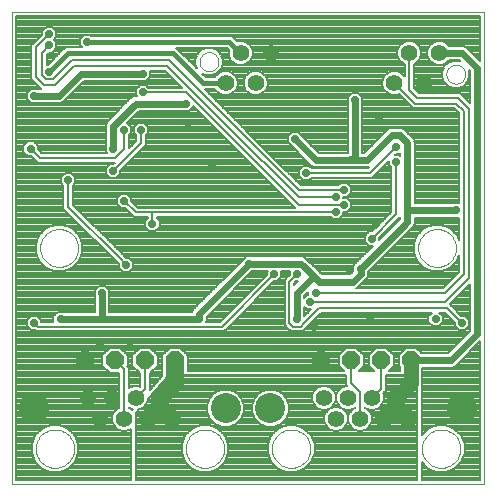
<source format=gbl>
G75*
G70*
%OFA0B0*%
%FSLAX24Y24*%
%IPPOS*%
%LPD*%
%AMOC8*
5,1,8,0,0,1.08239X$1,22.5*
%
%ADD10C,0.0000*%
%ADD11OC8,0.0550*%
%ADD12C,0.0550*%
%ADD13C,0.1000*%
%ADD14OC8,0.0600*%
%ADD15C,0.0560*%
%ADD16C,0.0080*%
%ADD17OC8,0.0238*%
%ADD18C,0.0240*%
%ADD19C,0.0600*%
%ADD20C,0.0500*%
%ADD21C,0.0160*%
D10*
X001274Y001049D02*
X001274Y016797D01*
X017022Y016797D01*
X017022Y001049D01*
X001274Y001049D01*
X002071Y002230D02*
X002073Y002280D01*
X002079Y002330D01*
X002089Y002379D01*
X002102Y002428D01*
X002120Y002475D01*
X002141Y002521D01*
X002165Y002564D01*
X002193Y002606D01*
X002224Y002646D01*
X002258Y002683D01*
X002295Y002717D01*
X002335Y002748D01*
X002377Y002776D01*
X002420Y002800D01*
X002466Y002821D01*
X002513Y002839D01*
X002562Y002852D01*
X002611Y002862D01*
X002661Y002868D01*
X002711Y002870D01*
X002761Y002868D01*
X002811Y002862D01*
X002860Y002852D01*
X002909Y002839D01*
X002956Y002821D01*
X003002Y002800D01*
X003045Y002776D01*
X003087Y002748D01*
X003127Y002717D01*
X003164Y002683D01*
X003198Y002646D01*
X003229Y002606D01*
X003257Y002564D01*
X003281Y002521D01*
X003302Y002475D01*
X003320Y002428D01*
X003333Y002379D01*
X003343Y002330D01*
X003349Y002280D01*
X003351Y002230D01*
X003349Y002180D01*
X003343Y002130D01*
X003333Y002081D01*
X003320Y002032D01*
X003302Y001985D01*
X003281Y001939D01*
X003257Y001896D01*
X003229Y001854D01*
X003198Y001814D01*
X003164Y001777D01*
X003127Y001743D01*
X003087Y001712D01*
X003045Y001684D01*
X003002Y001660D01*
X002956Y001639D01*
X002909Y001621D01*
X002860Y001608D01*
X002811Y001598D01*
X002761Y001592D01*
X002711Y001590D01*
X002661Y001592D01*
X002611Y001598D01*
X002562Y001608D01*
X002513Y001621D01*
X002466Y001639D01*
X002420Y001660D01*
X002377Y001684D01*
X002335Y001712D01*
X002295Y001743D01*
X002258Y001777D01*
X002224Y001814D01*
X002193Y001854D01*
X002165Y001896D01*
X002141Y001939D01*
X002120Y001985D01*
X002102Y002032D01*
X002089Y002081D01*
X002079Y002130D01*
X002073Y002180D01*
X002071Y002230D01*
X007071Y002230D02*
X007073Y002280D01*
X007079Y002330D01*
X007089Y002379D01*
X007102Y002428D01*
X007120Y002475D01*
X007141Y002521D01*
X007165Y002564D01*
X007193Y002606D01*
X007224Y002646D01*
X007258Y002683D01*
X007295Y002717D01*
X007335Y002748D01*
X007377Y002776D01*
X007420Y002800D01*
X007466Y002821D01*
X007513Y002839D01*
X007562Y002852D01*
X007611Y002862D01*
X007661Y002868D01*
X007711Y002870D01*
X007761Y002868D01*
X007811Y002862D01*
X007860Y002852D01*
X007909Y002839D01*
X007956Y002821D01*
X008002Y002800D01*
X008045Y002776D01*
X008087Y002748D01*
X008127Y002717D01*
X008164Y002683D01*
X008198Y002646D01*
X008229Y002606D01*
X008257Y002564D01*
X008281Y002521D01*
X008302Y002475D01*
X008320Y002428D01*
X008333Y002379D01*
X008343Y002330D01*
X008349Y002280D01*
X008351Y002230D01*
X008349Y002180D01*
X008343Y002130D01*
X008333Y002081D01*
X008320Y002032D01*
X008302Y001985D01*
X008281Y001939D01*
X008257Y001896D01*
X008229Y001854D01*
X008198Y001814D01*
X008164Y001777D01*
X008127Y001743D01*
X008087Y001712D01*
X008045Y001684D01*
X008002Y001660D01*
X007956Y001639D01*
X007909Y001621D01*
X007860Y001608D01*
X007811Y001598D01*
X007761Y001592D01*
X007711Y001590D01*
X007661Y001592D01*
X007611Y001598D01*
X007562Y001608D01*
X007513Y001621D01*
X007466Y001639D01*
X007420Y001660D01*
X007377Y001684D01*
X007335Y001712D01*
X007295Y001743D01*
X007258Y001777D01*
X007224Y001814D01*
X007193Y001854D01*
X007165Y001896D01*
X007141Y001939D01*
X007120Y001985D01*
X007102Y002032D01*
X007089Y002081D01*
X007079Y002130D01*
X007073Y002180D01*
X007071Y002230D01*
X009945Y002230D02*
X009947Y002280D01*
X009953Y002330D01*
X009963Y002379D01*
X009976Y002428D01*
X009994Y002475D01*
X010015Y002521D01*
X010039Y002564D01*
X010067Y002606D01*
X010098Y002646D01*
X010132Y002683D01*
X010169Y002717D01*
X010209Y002748D01*
X010251Y002776D01*
X010294Y002800D01*
X010340Y002821D01*
X010387Y002839D01*
X010436Y002852D01*
X010485Y002862D01*
X010535Y002868D01*
X010585Y002870D01*
X010635Y002868D01*
X010685Y002862D01*
X010734Y002852D01*
X010783Y002839D01*
X010830Y002821D01*
X010876Y002800D01*
X010919Y002776D01*
X010961Y002748D01*
X011001Y002717D01*
X011038Y002683D01*
X011072Y002646D01*
X011103Y002606D01*
X011131Y002564D01*
X011155Y002521D01*
X011176Y002475D01*
X011194Y002428D01*
X011207Y002379D01*
X011217Y002330D01*
X011223Y002280D01*
X011225Y002230D01*
X011223Y002180D01*
X011217Y002130D01*
X011207Y002081D01*
X011194Y002032D01*
X011176Y001985D01*
X011155Y001939D01*
X011131Y001896D01*
X011103Y001854D01*
X011072Y001814D01*
X011038Y001777D01*
X011001Y001743D01*
X010961Y001712D01*
X010919Y001684D01*
X010876Y001660D01*
X010830Y001639D01*
X010783Y001621D01*
X010734Y001608D01*
X010685Y001598D01*
X010635Y001592D01*
X010585Y001590D01*
X010535Y001592D01*
X010485Y001598D01*
X010436Y001608D01*
X010387Y001621D01*
X010340Y001639D01*
X010294Y001660D01*
X010251Y001684D01*
X010209Y001712D01*
X010169Y001743D01*
X010132Y001777D01*
X010098Y001814D01*
X010067Y001854D01*
X010039Y001896D01*
X010015Y001939D01*
X009994Y001985D01*
X009976Y002032D01*
X009963Y002081D01*
X009953Y002130D01*
X009947Y002180D01*
X009945Y002230D01*
X014945Y002230D02*
X014947Y002280D01*
X014953Y002330D01*
X014963Y002379D01*
X014976Y002428D01*
X014994Y002475D01*
X015015Y002521D01*
X015039Y002564D01*
X015067Y002606D01*
X015098Y002646D01*
X015132Y002683D01*
X015169Y002717D01*
X015209Y002748D01*
X015251Y002776D01*
X015294Y002800D01*
X015340Y002821D01*
X015387Y002839D01*
X015436Y002852D01*
X015485Y002862D01*
X015535Y002868D01*
X015585Y002870D01*
X015635Y002868D01*
X015685Y002862D01*
X015734Y002852D01*
X015783Y002839D01*
X015830Y002821D01*
X015876Y002800D01*
X015919Y002776D01*
X015961Y002748D01*
X016001Y002717D01*
X016038Y002683D01*
X016072Y002646D01*
X016103Y002606D01*
X016131Y002564D01*
X016155Y002521D01*
X016176Y002475D01*
X016194Y002428D01*
X016207Y002379D01*
X016217Y002330D01*
X016223Y002280D01*
X016225Y002230D01*
X016223Y002180D01*
X016217Y002130D01*
X016207Y002081D01*
X016194Y002032D01*
X016176Y001985D01*
X016155Y001939D01*
X016131Y001896D01*
X016103Y001854D01*
X016072Y001814D01*
X016038Y001777D01*
X016001Y001743D01*
X015961Y001712D01*
X015919Y001684D01*
X015876Y001660D01*
X015830Y001639D01*
X015783Y001621D01*
X015734Y001608D01*
X015685Y001598D01*
X015635Y001592D01*
X015585Y001590D01*
X015535Y001592D01*
X015485Y001598D01*
X015436Y001608D01*
X015387Y001621D01*
X015340Y001639D01*
X015294Y001660D01*
X015251Y001684D01*
X015209Y001712D01*
X015169Y001743D01*
X015132Y001777D01*
X015098Y001814D01*
X015067Y001854D01*
X015039Y001896D01*
X015015Y001939D01*
X014994Y001985D01*
X014976Y002032D01*
X014963Y002081D01*
X014953Y002130D01*
X014947Y002180D01*
X014945Y002230D01*
X014817Y008923D02*
X014819Y008973D01*
X014825Y009023D01*
X014835Y009072D01*
X014849Y009120D01*
X014866Y009167D01*
X014887Y009212D01*
X014912Y009256D01*
X014940Y009297D01*
X014972Y009336D01*
X015006Y009373D01*
X015043Y009407D01*
X015083Y009437D01*
X015125Y009464D01*
X015169Y009488D01*
X015215Y009509D01*
X015262Y009525D01*
X015310Y009538D01*
X015360Y009547D01*
X015409Y009552D01*
X015460Y009553D01*
X015510Y009550D01*
X015559Y009543D01*
X015608Y009532D01*
X015656Y009517D01*
X015702Y009499D01*
X015747Y009477D01*
X015790Y009451D01*
X015831Y009422D01*
X015870Y009390D01*
X015906Y009355D01*
X015938Y009317D01*
X015968Y009277D01*
X015995Y009234D01*
X016018Y009190D01*
X016037Y009144D01*
X016053Y009096D01*
X016065Y009047D01*
X016073Y008998D01*
X016077Y008948D01*
X016077Y008898D01*
X016073Y008848D01*
X016065Y008799D01*
X016053Y008750D01*
X016037Y008702D01*
X016018Y008656D01*
X015995Y008612D01*
X015968Y008569D01*
X015938Y008529D01*
X015906Y008491D01*
X015870Y008456D01*
X015831Y008424D01*
X015790Y008395D01*
X015747Y008369D01*
X015702Y008347D01*
X015656Y008329D01*
X015608Y008314D01*
X015559Y008303D01*
X015510Y008296D01*
X015460Y008293D01*
X015409Y008294D01*
X015360Y008299D01*
X015310Y008308D01*
X015262Y008321D01*
X015215Y008337D01*
X015169Y008358D01*
X015125Y008382D01*
X015083Y008409D01*
X015043Y008439D01*
X015006Y008473D01*
X014972Y008510D01*
X014940Y008549D01*
X014912Y008590D01*
X014887Y008634D01*
X014866Y008679D01*
X014849Y008726D01*
X014835Y008774D01*
X014825Y008823D01*
X014819Y008873D01*
X014817Y008923D01*
X015760Y014715D02*
X015762Y014750D01*
X015768Y014785D01*
X015778Y014819D01*
X015791Y014852D01*
X015808Y014883D01*
X015829Y014911D01*
X015852Y014938D01*
X015879Y014961D01*
X015907Y014982D01*
X015938Y014999D01*
X015971Y015012D01*
X016005Y015022D01*
X016040Y015028D01*
X016075Y015030D01*
X016110Y015028D01*
X016145Y015022D01*
X016179Y015012D01*
X016212Y014999D01*
X016243Y014982D01*
X016271Y014961D01*
X016298Y014938D01*
X016321Y014911D01*
X016342Y014883D01*
X016359Y014852D01*
X016372Y014819D01*
X016382Y014785D01*
X016388Y014750D01*
X016390Y014715D01*
X016388Y014680D01*
X016382Y014645D01*
X016372Y014611D01*
X016359Y014578D01*
X016342Y014547D01*
X016321Y014519D01*
X016298Y014492D01*
X016271Y014469D01*
X016243Y014448D01*
X016212Y014431D01*
X016179Y014418D01*
X016145Y014408D01*
X016110Y014402D01*
X016075Y014400D01*
X016040Y014402D01*
X016005Y014408D01*
X015971Y014418D01*
X015938Y014431D01*
X015907Y014448D01*
X015879Y014469D01*
X015852Y014492D01*
X015829Y014519D01*
X015808Y014547D01*
X015791Y014578D01*
X015778Y014611D01*
X015768Y014645D01*
X015762Y014680D01*
X015760Y014715D01*
X007532Y015133D02*
X007534Y015168D01*
X007540Y015203D01*
X007550Y015237D01*
X007563Y015270D01*
X007580Y015301D01*
X007601Y015329D01*
X007624Y015356D01*
X007651Y015379D01*
X007679Y015400D01*
X007710Y015417D01*
X007743Y015430D01*
X007777Y015440D01*
X007812Y015446D01*
X007847Y015448D01*
X007882Y015446D01*
X007917Y015440D01*
X007951Y015430D01*
X007984Y015417D01*
X008015Y015400D01*
X008043Y015379D01*
X008070Y015356D01*
X008093Y015329D01*
X008114Y015301D01*
X008131Y015270D01*
X008144Y015237D01*
X008154Y015203D01*
X008160Y015168D01*
X008162Y015133D01*
X008160Y015098D01*
X008154Y015063D01*
X008144Y015029D01*
X008131Y014996D01*
X008114Y014965D01*
X008093Y014937D01*
X008070Y014910D01*
X008043Y014887D01*
X008015Y014866D01*
X007984Y014849D01*
X007951Y014836D01*
X007917Y014826D01*
X007882Y014820D01*
X007847Y014818D01*
X007812Y014820D01*
X007777Y014826D01*
X007743Y014836D01*
X007710Y014849D01*
X007679Y014866D01*
X007651Y014887D01*
X007624Y014910D01*
X007601Y014937D01*
X007580Y014965D01*
X007563Y014996D01*
X007550Y015029D01*
X007540Y015063D01*
X007534Y015098D01*
X007532Y015133D01*
X002219Y008923D02*
X002221Y008973D01*
X002227Y009023D01*
X002237Y009072D01*
X002251Y009120D01*
X002268Y009167D01*
X002289Y009212D01*
X002314Y009256D01*
X002342Y009297D01*
X002374Y009336D01*
X002408Y009373D01*
X002445Y009407D01*
X002485Y009437D01*
X002527Y009464D01*
X002571Y009488D01*
X002617Y009509D01*
X002664Y009525D01*
X002712Y009538D01*
X002762Y009547D01*
X002811Y009552D01*
X002862Y009553D01*
X002912Y009550D01*
X002961Y009543D01*
X003010Y009532D01*
X003058Y009517D01*
X003104Y009499D01*
X003149Y009477D01*
X003192Y009451D01*
X003233Y009422D01*
X003272Y009390D01*
X003308Y009355D01*
X003340Y009317D01*
X003370Y009277D01*
X003397Y009234D01*
X003420Y009190D01*
X003439Y009144D01*
X003455Y009096D01*
X003467Y009047D01*
X003475Y008998D01*
X003479Y008948D01*
X003479Y008898D01*
X003475Y008848D01*
X003467Y008799D01*
X003455Y008750D01*
X003439Y008702D01*
X003420Y008656D01*
X003397Y008612D01*
X003370Y008569D01*
X003340Y008529D01*
X003308Y008491D01*
X003272Y008456D01*
X003233Y008424D01*
X003192Y008395D01*
X003149Y008369D01*
X003104Y008347D01*
X003058Y008329D01*
X003010Y008314D01*
X002961Y008303D01*
X002912Y008296D01*
X002862Y008293D01*
X002811Y008294D01*
X002762Y008299D01*
X002712Y008308D01*
X002664Y008321D01*
X002617Y008337D01*
X002571Y008358D01*
X002527Y008382D01*
X002485Y008409D01*
X002445Y008439D01*
X002408Y008473D01*
X002374Y008510D01*
X002342Y008549D01*
X002314Y008590D01*
X002289Y008634D01*
X002268Y008679D01*
X002251Y008726D01*
X002237Y008774D01*
X002227Y008823D01*
X002221Y008873D01*
X002219Y008923D01*
D11*
X006611Y003230D03*
X014485Y003230D03*
D12*
X013685Y003230D03*
X012885Y003230D03*
X012085Y003230D03*
X012485Y003930D03*
X013285Y003930D03*
X014085Y003930D03*
X011685Y003930D03*
X006211Y003930D03*
X005411Y003930D03*
X004611Y003930D03*
X003811Y003930D03*
X004211Y003230D03*
X005011Y003230D03*
X005811Y003230D03*
D13*
X008401Y003580D03*
X009895Y003580D03*
X016275Y003580D03*
X002021Y003580D03*
D14*
X003711Y005174D03*
X004711Y005174D03*
X005711Y005174D03*
X006711Y005174D03*
X011586Y005174D03*
X012586Y005174D03*
X013586Y005174D03*
X014586Y005174D03*
D15*
X015024Y014424D03*
X014024Y014424D03*
X014524Y015424D03*
X015524Y015424D03*
X009898Y015424D03*
X008898Y015424D03*
X009398Y014424D03*
X008398Y014424D03*
D16*
X008112Y014144D02*
X007780Y014144D01*
X007702Y014222D02*
X008048Y014222D01*
X008048Y014224D02*
X008059Y014197D01*
X008171Y014085D01*
X008318Y014024D01*
X008477Y014024D01*
X008624Y014085D01*
X008737Y014197D01*
X008798Y014344D01*
X008798Y014503D01*
X008737Y014650D01*
X008624Y014763D01*
X008477Y014824D01*
X008318Y014824D01*
X008171Y014763D01*
X008059Y014650D01*
X008048Y014624D01*
X007732Y014624D01*
X007623Y014733D01*
X007756Y014678D01*
X007937Y014678D01*
X008104Y014747D01*
X008232Y014875D01*
X008302Y015042D01*
X008302Y015223D01*
X008232Y015390D01*
X008104Y015518D01*
X007937Y015588D01*
X007756Y015588D01*
X007589Y015518D01*
X007461Y015390D01*
X007392Y015223D01*
X007392Y015042D01*
X007447Y014909D01*
X006757Y015599D01*
X008440Y015599D01*
X008509Y015530D01*
X008498Y015503D01*
X008498Y015344D01*
X008559Y015197D01*
X008671Y015085D01*
X008818Y015024D01*
X008977Y015024D01*
X009124Y015085D01*
X009237Y015197D01*
X009298Y015344D01*
X009298Y015503D01*
X009237Y015650D01*
X009124Y015763D01*
X008977Y015824D01*
X008818Y015824D01*
X008792Y015813D01*
X008723Y015882D01*
X008606Y015999D01*
X003912Y015999D01*
X003873Y016038D01*
X003675Y016038D01*
X003535Y015898D01*
X003535Y015700D01*
X003611Y015624D01*
X003066Y015624D01*
X002949Y015507D01*
X002480Y015038D01*
X002434Y015038D01*
X002434Y015358D01*
X002511Y015435D01*
X002623Y015435D01*
X002763Y015575D01*
X002763Y015773D01*
X002674Y015861D01*
X002763Y015950D01*
X002763Y016148D01*
X002623Y016288D01*
X002425Y016288D01*
X002285Y016148D01*
X002285Y016036D01*
X002020Y015771D01*
X001926Y015678D01*
X001926Y014545D01*
X002176Y014295D01*
X002245Y014226D01*
X001976Y014226D01*
X001974Y014225D01*
X001925Y014225D01*
X001890Y014191D01*
X001888Y014190D01*
X001820Y014122D01*
X001819Y014120D01*
X001785Y014085D01*
X001785Y014036D01*
X001784Y014034D01*
X001784Y013939D01*
X001785Y013936D01*
X001785Y013887D01*
X001819Y013853D01*
X001820Y013850D01*
X001888Y013783D01*
X001890Y013782D01*
X001925Y013747D01*
X001974Y013747D01*
X001976Y013746D01*
X002884Y013746D01*
X002972Y013783D01*
X003102Y013913D01*
X003686Y014496D01*
X005697Y014496D01*
X005699Y014497D01*
X005748Y014497D01*
X005783Y014532D01*
X005785Y014533D01*
X005852Y014600D01*
X005853Y014603D01*
X005888Y014637D01*
X005888Y014686D01*
X005889Y014689D01*
X005889Y014784D01*
X005888Y014786D01*
X005888Y014826D01*
X006395Y014826D01*
X006950Y014271D01*
X005827Y014271D01*
X005748Y014350D01*
X005550Y014350D01*
X005410Y014210D01*
X005410Y014012D01*
X005446Y013976D01*
X005351Y013976D01*
X005263Y013940D01*
X004513Y013190D01*
X004445Y013122D01*
X004409Y013034D01*
X004409Y012189D01*
X004410Y012186D01*
X004410Y012137D01*
X004444Y012103D01*
X002259Y012103D01*
X002278Y012084D02*
X002138Y012224D01*
X002138Y012335D01*
X001998Y012475D01*
X001800Y012475D01*
X001660Y012335D01*
X001660Y012137D01*
X001800Y011997D01*
X001912Y011997D01*
X002145Y011764D01*
X004700Y011764D01*
X004662Y011725D01*
X004550Y011725D01*
X004410Y011585D01*
X004410Y011387D01*
X004550Y011247D01*
X004748Y011247D01*
X004888Y011387D01*
X004888Y011499D01*
X005746Y012358D01*
X005746Y012683D01*
X005825Y012762D01*
X005825Y012960D01*
X005685Y013100D01*
X005487Y013100D01*
X005347Y012960D01*
X005347Y012762D01*
X005426Y012683D01*
X005426Y012490D01*
X005184Y012248D01*
X005184Y012683D01*
X005263Y012762D01*
X005263Y012960D01*
X005123Y013100D01*
X005102Y013100D01*
X005498Y013496D01*
X007134Y013496D01*
X007136Y013497D01*
X007185Y013497D01*
X007220Y013532D01*
X007222Y013533D01*
X007290Y013600D01*
X007291Y013603D01*
X007325Y013637D01*
X007325Y013646D01*
X009458Y011514D01*
X010700Y010271D01*
X005465Y010271D01*
X005263Y010474D01*
X005263Y010585D01*
X005123Y010725D01*
X004925Y010725D01*
X004785Y010585D01*
X004785Y010387D01*
X004925Y010247D01*
X005037Y010247D01*
X005239Y010045D01*
X005333Y009951D01*
X005801Y009951D01*
X005801Y009914D01*
X005722Y009835D01*
X005722Y009637D01*
X005862Y009497D01*
X006060Y009497D01*
X006200Y009637D01*
X006200Y009835D01*
X006121Y009914D01*
X006121Y009951D01*
X011908Y009951D01*
X011987Y009872D01*
X012185Y009872D01*
X012325Y010012D01*
X012325Y010122D01*
X012435Y010122D01*
X012575Y010262D01*
X012575Y010460D01*
X012435Y010600D01*
X012325Y010600D01*
X012325Y010624D01*
X012437Y010624D01*
X012577Y010764D01*
X012577Y010962D01*
X012437Y011102D01*
X012239Y011102D01*
X012160Y011023D01*
X010901Y011023D01*
X010090Y011834D01*
X007700Y014224D01*
X008048Y014224D01*
X008218Y014065D02*
X007859Y014065D01*
X007937Y013987D02*
X012499Y013987D01*
X012507Y013995D02*
X012472Y013960D01*
X012472Y013911D01*
X012471Y013909D01*
X012471Y012101D01*
X011498Y012101D01*
X010847Y012752D01*
X010845Y012753D01*
X010810Y012788D01*
X010761Y012788D01*
X010759Y012789D01*
X010664Y012789D01*
X010661Y012788D01*
X010612Y012788D01*
X010578Y012753D01*
X010575Y012752D01*
X010508Y012685D01*
X010507Y012683D01*
X010472Y012648D01*
X010472Y012599D01*
X010471Y012597D01*
X010471Y012501D01*
X010472Y012499D01*
X010472Y012450D01*
X010507Y012415D01*
X010508Y012413D01*
X011263Y011658D01*
X011351Y011621D01*
X013174Y011621D01*
X013188Y011627D01*
X013145Y011584D01*
X011264Y011584D01*
X011185Y011663D01*
X010987Y011663D01*
X010847Y011523D01*
X010847Y011325D01*
X010987Y011185D01*
X011185Y011185D01*
X011264Y011264D01*
X013278Y011264D01*
X013847Y011834D01*
X013847Y011700D01*
X013926Y011621D01*
X013926Y010115D01*
X013287Y009475D01*
X013175Y009475D01*
X013035Y009335D01*
X013035Y009137D01*
X013175Y008997D01*
X013320Y008997D01*
X012763Y008440D01*
X012763Y008440D01*
X012695Y008372D01*
X012694Y008370D01*
X012660Y008335D01*
X011327Y008335D01*
X011249Y008413D02*
X012736Y008413D01*
X012660Y008335D02*
X012660Y008286D01*
X012659Y008284D01*
X012659Y008148D01*
X012549Y008039D01*
X011623Y008039D01*
X011540Y008122D01*
X011472Y008190D01*
X011057Y008605D01*
X010969Y008642D01*
X009141Y008642D01*
X009139Y008641D01*
X009090Y008641D01*
X009056Y008606D01*
X009053Y008605D01*
X007320Y006872D01*
X007286Y006789D01*
X004514Y006789D01*
X004514Y007472D01*
X004513Y007474D01*
X004513Y007523D01*
X004478Y007558D01*
X004477Y007560D01*
X004410Y007627D01*
X004408Y007628D01*
X004373Y007663D01*
X004324Y007663D01*
X004322Y007664D01*
X004226Y007664D01*
X004224Y007663D01*
X004175Y007663D01*
X004140Y007628D01*
X004138Y007627D01*
X004070Y007560D01*
X004069Y007558D01*
X004035Y007523D01*
X004035Y007474D01*
X004034Y007472D01*
X004034Y006789D01*
X002851Y006789D01*
X002849Y006788D01*
X002800Y006788D01*
X002765Y006753D01*
X002763Y006752D01*
X002695Y006685D01*
X002694Y006683D01*
X002660Y006648D01*
X002660Y006599D01*
X002659Y006597D01*
X002659Y006501D01*
X002660Y006499D01*
X002660Y006459D01*
X002263Y006459D01*
X002263Y006523D01*
X002123Y006663D01*
X001925Y006663D01*
X001785Y006523D01*
X001785Y006325D01*
X001925Y006185D01*
X002037Y006185D01*
X002083Y006139D01*
X008340Y006139D01*
X008434Y006233D01*
X010011Y007810D01*
X010123Y007810D01*
X010263Y007950D01*
X010263Y008148D01*
X010249Y008162D01*
X010549Y008162D01*
X010535Y008148D01*
X010535Y008036D01*
X010458Y007959D01*
X010364Y007865D01*
X010364Y006358D01*
X010489Y006233D01*
X010583Y006139D01*
X010965Y006139D01*
X011090Y006264D01*
X011590Y006764D01*
X015276Y006764D01*
X015160Y006648D01*
X015160Y006450D01*
X015300Y006310D01*
X015498Y006310D01*
X015638Y006450D01*
X015638Y006648D01*
X015522Y006764D01*
X015708Y006764D01*
X016035Y006437D01*
X016035Y006325D01*
X016175Y006185D01*
X016373Y006185D01*
X016513Y006325D01*
X016513Y006523D01*
X016373Y006663D01*
X016261Y006663D01*
X015875Y007049D01*
X016534Y007708D01*
X016534Y006148D01*
X015799Y005414D01*
X014940Y005414D01*
X014760Y005594D01*
X014412Y005594D01*
X014166Y005348D01*
X014166Y005000D01*
X014216Y004950D01*
X014216Y004834D01*
X013840Y004834D01*
X014006Y005000D01*
X014006Y005348D01*
X013760Y005594D01*
X013412Y005594D01*
X013166Y005348D01*
X013166Y005000D01*
X013332Y004834D01*
X012840Y004834D01*
X013006Y005000D01*
X013006Y005348D01*
X012760Y005594D01*
X012412Y005594D01*
X012166Y005348D01*
X012166Y005000D01*
X012332Y004834D01*
X007131Y004834D01*
X007131Y005348D01*
X006885Y005594D01*
X006537Y005594D01*
X006291Y005348D01*
X006291Y004654D01*
X005871Y004188D01*
X005871Y004754D01*
X005885Y004754D01*
X006131Y005000D01*
X006131Y005348D01*
X005885Y005594D01*
X005537Y005594D01*
X005291Y005348D01*
X005291Y005000D01*
X005537Y004754D01*
X005551Y004754D01*
X005551Y004300D01*
X005489Y004325D01*
X005332Y004325D01*
X005187Y004265D01*
X005171Y004249D01*
X005171Y004940D01*
X005121Y004990D01*
X005131Y005000D01*
X005131Y005348D01*
X004885Y005594D01*
X004537Y005594D01*
X004291Y005348D01*
X004291Y005000D01*
X004537Y004754D01*
X004851Y004754D01*
X004851Y003591D01*
X004787Y003565D01*
X004676Y003454D01*
X004616Y003309D01*
X004616Y003151D01*
X004676Y003006D01*
X004787Y002895D01*
X004932Y002835D01*
X005089Y002835D01*
X005235Y002895D01*
X005239Y002899D01*
X005239Y001189D01*
X001414Y001189D01*
X001414Y016657D01*
X016882Y016657D01*
X016882Y015155D01*
X016410Y015627D01*
X016322Y015664D01*
X015850Y015664D01*
X015750Y015763D01*
X015603Y015824D01*
X015444Y015824D01*
X015297Y015763D01*
X015185Y015650D01*
X015124Y015503D01*
X015124Y015344D01*
X015185Y015197D01*
X015297Y015085D01*
X015444Y015024D01*
X015603Y015024D01*
X015750Y015085D01*
X015850Y015184D01*
X016174Y015184D01*
X016204Y015154D01*
X016166Y015170D01*
X015985Y015170D01*
X015817Y015101D01*
X015689Y014973D01*
X015620Y014806D01*
X015620Y014625D01*
X015689Y014458D01*
X014684Y014458D01*
X014684Y014536D02*
X015657Y014536D01*
X015689Y014458D02*
X015817Y014330D01*
X015985Y014260D01*
X016166Y014260D01*
X016333Y014330D01*
X016461Y014458D01*
X016534Y014458D01*
X016461Y014458D02*
X016530Y014625D01*
X016530Y014806D01*
X016514Y014844D01*
X016534Y014824D01*
X016534Y013765D01*
X016215Y014084D01*
X014840Y014084D01*
X014684Y014240D01*
X014684Y015057D01*
X014750Y015085D01*
X014863Y015197D01*
X014924Y015344D01*
X014924Y015503D01*
X014863Y015650D01*
X014750Y015763D01*
X014603Y015824D01*
X014444Y015824D01*
X014297Y015763D01*
X014185Y015650D01*
X014124Y015503D01*
X014124Y015344D01*
X014185Y015197D01*
X014297Y015085D01*
X014364Y015057D01*
X014364Y014648D01*
X014363Y014650D01*
X014250Y014763D01*
X014103Y014824D01*
X013944Y014824D01*
X013797Y014763D01*
X013685Y014650D01*
X013624Y014503D01*
X013624Y014344D01*
X013685Y014197D01*
X013797Y014085D01*
X013944Y014024D01*
X014103Y014024D01*
X014170Y014051D01*
X014645Y013576D01*
X016020Y013576D01*
X016176Y013420D01*
X016176Y010413D01*
X016136Y010413D01*
X016134Y010414D01*
X014701Y010414D01*
X014701Y012472D01*
X014665Y012560D01*
X014597Y012627D01*
X014415Y012810D01*
X014347Y012877D01*
X014259Y012914D01*
X013891Y012914D01*
X013803Y012877D01*
X013027Y012101D01*
X012951Y012101D01*
X012951Y013909D01*
X012950Y013911D01*
X012950Y013960D01*
X012916Y013995D01*
X012915Y013997D01*
X012847Y014065D01*
X012845Y014066D01*
X012810Y014100D01*
X012761Y014100D01*
X012759Y014101D01*
X012664Y014101D01*
X012661Y014100D01*
X012612Y014100D01*
X012578Y014066D01*
X012575Y014065D01*
X012508Y013997D01*
X012507Y013995D01*
X012471Y013908D02*
X008016Y013908D01*
X008094Y013830D02*
X012471Y013830D01*
X012471Y013751D02*
X008173Y013751D01*
X008251Y013673D02*
X012471Y013673D01*
X012471Y013594D02*
X008330Y013594D01*
X008408Y013516D02*
X012471Y013516D01*
X012471Y013437D02*
X008487Y013437D01*
X008565Y013359D02*
X012471Y013359D01*
X012471Y013280D02*
X008644Y013280D01*
X008722Y013202D02*
X012471Y013202D01*
X012471Y013123D02*
X008801Y013123D01*
X008879Y013045D02*
X012471Y013045D01*
X012471Y012966D02*
X008958Y012966D01*
X009036Y012888D02*
X012471Y012888D01*
X012471Y012809D02*
X009115Y012809D01*
X009193Y012731D02*
X010554Y012731D01*
X010477Y012652D02*
X009272Y012652D01*
X009350Y012574D02*
X010471Y012574D01*
X010472Y012495D02*
X009429Y012495D01*
X009507Y012417D02*
X010505Y012417D01*
X010582Y012338D02*
X009586Y012338D01*
X009664Y012260D02*
X010661Y012260D01*
X010739Y012181D02*
X009743Y012181D01*
X009821Y012103D02*
X010818Y012103D01*
X010896Y012024D02*
X009900Y012024D01*
X009978Y011946D02*
X010975Y011946D01*
X011053Y011867D02*
X010057Y011867D01*
X010090Y011834D02*
X010090Y011834D01*
X010135Y011789D02*
X011132Y011789D01*
X011210Y011710D02*
X010214Y011710D01*
X010292Y011632D02*
X010956Y011632D01*
X010878Y011553D02*
X010371Y011553D01*
X010449Y011475D02*
X010847Y011475D01*
X010847Y011396D02*
X010528Y011396D01*
X010606Y011318D02*
X010854Y011318D01*
X010933Y011239D02*
X010685Y011239D01*
X010763Y011161D02*
X013926Y011161D01*
X013926Y011239D02*
X011240Y011239D01*
X011086Y011424D02*
X013211Y011424D01*
X014086Y012299D01*
X014221Y012096D02*
X014221Y012002D01*
X014185Y012038D01*
X014052Y012038D01*
X014074Y012060D01*
X014185Y012060D01*
X014221Y012096D01*
X014221Y012024D02*
X014199Y012024D01*
X014086Y011799D02*
X014086Y010049D01*
X013274Y009236D01*
X013513Y009249D02*
X014221Y009958D01*
X014221Y009898D01*
X013513Y009190D01*
X013513Y009249D01*
X013541Y009277D02*
X013600Y009277D01*
X013619Y009355D02*
X013678Y009355D01*
X013698Y009434D02*
X013757Y009434D01*
X013776Y009512D02*
X013835Y009512D01*
X013855Y009591D02*
X013914Y009591D01*
X013933Y009669D02*
X013992Y009669D01*
X014012Y009748D02*
X014071Y009748D01*
X014090Y009826D02*
X014149Y009826D01*
X014169Y009905D02*
X014221Y009905D01*
X013926Y010140D02*
X012453Y010140D01*
X012532Y010219D02*
X013926Y010219D01*
X013926Y010297D02*
X012575Y010297D01*
X012575Y010376D02*
X013926Y010376D01*
X013926Y010454D02*
X012575Y010454D01*
X012503Y010533D02*
X013926Y010533D01*
X013926Y010611D02*
X012325Y010611D01*
X012503Y010690D02*
X013926Y010690D01*
X013926Y010768D02*
X012577Y010768D01*
X012577Y010847D02*
X013926Y010847D01*
X013926Y010925D02*
X012577Y010925D01*
X012535Y011004D02*
X013926Y011004D01*
X013926Y011082D02*
X012456Y011082D01*
X012219Y011082D02*
X010842Y011082D01*
X010835Y010863D02*
X010024Y011674D01*
X006524Y015174D01*
X003274Y015174D01*
X002649Y014549D01*
X002399Y014549D01*
X002274Y014674D01*
X002274Y015424D01*
X002524Y015674D01*
X002666Y015478D02*
X002921Y015478D01*
X002949Y015507D02*
X002949Y015507D01*
X002999Y015557D02*
X002745Y015557D01*
X002763Y015635D02*
X003599Y015635D01*
X003535Y015714D02*
X002763Y015714D01*
X002743Y015792D02*
X003535Y015792D01*
X003535Y015871D02*
X002684Y015871D01*
X002762Y015949D02*
X003586Y015949D01*
X003665Y016028D02*
X002763Y016028D01*
X002763Y016106D02*
X016882Y016106D01*
X016882Y016028D02*
X003883Y016028D01*
X002842Y015400D02*
X002476Y015400D01*
X002434Y015321D02*
X002764Y015321D01*
X002685Y015243D02*
X002434Y015243D01*
X002434Y015164D02*
X002607Y015164D01*
X002528Y015086D02*
X002434Y015086D01*
X001926Y015086D02*
X001414Y015086D01*
X001414Y015164D02*
X001926Y015164D01*
X001926Y015243D02*
X001414Y015243D01*
X001414Y015321D02*
X001926Y015321D01*
X001926Y015400D02*
X001414Y015400D01*
X001414Y015478D02*
X001926Y015478D01*
X001926Y015557D02*
X001414Y015557D01*
X001414Y015635D02*
X001926Y015635D01*
X001963Y015714D02*
X001414Y015714D01*
X001414Y015792D02*
X002041Y015792D01*
X002120Y015871D02*
X001414Y015871D01*
X001414Y015949D02*
X002198Y015949D01*
X002277Y016028D02*
X001414Y016028D01*
X001414Y016106D02*
X002285Y016106D01*
X002322Y016185D02*
X001414Y016185D01*
X001414Y016263D02*
X002400Y016263D01*
X002524Y016049D02*
X002086Y015611D01*
X002086Y014611D01*
X002336Y014361D01*
X002711Y014361D01*
X003336Y014986D01*
X006336Y014986D01*
X006461Y014986D01*
X009524Y011924D01*
X009774Y011674D01*
X010836Y010611D01*
X012086Y010611D01*
X012336Y010361D02*
X010836Y010361D01*
X009524Y011674D01*
X007086Y014111D01*
X005649Y014111D01*
X005797Y014301D02*
X006921Y014301D01*
X006842Y014379D02*
X003569Y014379D01*
X003490Y014301D02*
X005500Y014301D01*
X005422Y014222D02*
X003412Y014222D01*
X003333Y014144D02*
X005410Y014144D01*
X005410Y014065D02*
X003255Y014065D01*
X003176Y013987D02*
X005435Y013987D01*
X005231Y013908D02*
X003098Y013908D01*
X003019Y013830D02*
X005153Y013830D01*
X005074Y013751D02*
X002896Y013751D01*
X002171Y014301D02*
X001414Y014301D01*
X001414Y014379D02*
X002092Y014379D01*
X002014Y014458D02*
X001414Y014458D01*
X001414Y014536D02*
X001935Y014536D01*
X001926Y014615D02*
X001414Y014615D01*
X001414Y014693D02*
X001926Y014693D01*
X001926Y014772D02*
X001414Y014772D01*
X001414Y014850D02*
X001926Y014850D01*
X001926Y014929D02*
X001414Y014929D01*
X001414Y015007D02*
X001926Y015007D01*
X001922Y014222D02*
X001414Y014222D01*
X001414Y014144D02*
X001842Y014144D01*
X001785Y014065D02*
X001414Y014065D01*
X001414Y013987D02*
X001784Y013987D01*
X001785Y013908D02*
X001414Y013908D01*
X001414Y013830D02*
X001841Y013830D01*
X001921Y013751D02*
X001414Y013751D01*
X001414Y013673D02*
X004996Y013673D01*
X004917Y013594D02*
X001414Y013594D01*
X001414Y013516D02*
X004839Y013516D01*
X004760Y013437D02*
X001414Y013437D01*
X001414Y013359D02*
X004682Y013359D01*
X004603Y013280D02*
X001414Y013280D01*
X001414Y013202D02*
X004525Y013202D01*
X004446Y013123D02*
X001414Y013123D01*
X001414Y013045D02*
X004413Y013045D01*
X004409Y012966D02*
X001414Y012966D01*
X001414Y012888D02*
X004409Y012888D01*
X004409Y012809D02*
X001414Y012809D01*
X001414Y012731D02*
X004409Y012731D01*
X004409Y012652D02*
X001414Y012652D01*
X001414Y012574D02*
X004409Y012574D01*
X004409Y012495D02*
X001414Y012495D01*
X001414Y012417D02*
X001741Y012417D01*
X001663Y012338D02*
X001414Y012338D01*
X001414Y012260D02*
X001660Y012260D01*
X001660Y012181D02*
X001414Y012181D01*
X001414Y012103D02*
X001694Y012103D01*
X001773Y012024D02*
X001414Y012024D01*
X001414Y011946D02*
X001963Y011946D01*
X002042Y011867D02*
X001414Y011867D01*
X001414Y011789D02*
X002120Y011789D01*
X002211Y011924D02*
X001899Y012236D01*
X002056Y012417D02*
X004409Y012417D01*
X004409Y012338D02*
X002135Y012338D01*
X002138Y012260D02*
X004409Y012260D01*
X004410Y012181D02*
X002180Y012181D01*
X002278Y012084D02*
X004462Y012084D01*
X004445Y012100D01*
X004444Y012103D01*
X004711Y011924D02*
X002211Y011924D01*
X001414Y011710D02*
X004535Y011710D01*
X004456Y011632D02*
X001414Y011632D01*
X001414Y011553D02*
X004410Y011553D01*
X004410Y011475D02*
X001414Y011475D01*
X001414Y011396D02*
X003033Y011396D01*
X003050Y011413D02*
X002910Y011273D01*
X002910Y011075D01*
X002989Y010996D01*
X002989Y010233D01*
X004739Y008483D01*
X004847Y008374D01*
X004847Y008262D01*
X004987Y008122D01*
X005185Y008122D01*
X005325Y008262D01*
X005325Y008460D01*
X005185Y008600D01*
X005074Y008600D01*
X004965Y008709D01*
X003309Y010365D01*
X003309Y010996D01*
X003388Y011075D01*
X003388Y011273D01*
X003248Y011413D01*
X003050Y011413D01*
X002955Y011318D02*
X001414Y011318D01*
X001414Y011239D02*
X002910Y011239D01*
X002910Y011161D02*
X001414Y011161D01*
X001414Y011082D02*
X002910Y011082D01*
X002981Y011004D02*
X001414Y011004D01*
X001414Y010925D02*
X002989Y010925D01*
X002989Y010847D02*
X001414Y010847D01*
X001414Y010768D02*
X002989Y010768D01*
X002989Y010690D02*
X001414Y010690D01*
X001414Y010611D02*
X002989Y010611D01*
X002989Y010533D02*
X001414Y010533D01*
X001414Y010454D02*
X002989Y010454D01*
X002989Y010376D02*
X001414Y010376D01*
X001414Y010297D02*
X002989Y010297D01*
X003003Y010219D02*
X001414Y010219D01*
X001414Y010140D02*
X003081Y010140D01*
X003160Y010062D02*
X001414Y010062D01*
X001414Y009983D02*
X003238Y009983D01*
X003317Y009905D02*
X001414Y009905D01*
X001414Y009826D02*
X003395Y009826D01*
X003474Y009748D02*
X001414Y009748D01*
X001414Y009669D02*
X002639Y009669D01*
X002696Y009693D02*
X002413Y009576D01*
X002196Y009359D01*
X002079Y009076D01*
X002079Y008770D01*
X002196Y008487D01*
X002413Y008270D01*
X002696Y008153D01*
X003002Y008153D01*
X003285Y008270D01*
X003501Y008487D01*
X003619Y008770D01*
X003619Y009076D01*
X003501Y009359D01*
X003285Y009576D01*
X003002Y009693D01*
X002696Y009693D01*
X002449Y009591D02*
X001414Y009591D01*
X001414Y009512D02*
X002349Y009512D01*
X002271Y009434D02*
X001414Y009434D01*
X001414Y009355D02*
X002194Y009355D01*
X002162Y009277D02*
X001414Y009277D01*
X001414Y009198D02*
X002129Y009198D01*
X002097Y009120D02*
X001414Y009120D01*
X001414Y009041D02*
X002079Y009041D01*
X002079Y008963D02*
X001414Y008963D01*
X001414Y008884D02*
X002079Y008884D01*
X002079Y008806D02*
X001414Y008806D01*
X001414Y008727D02*
X002096Y008727D01*
X002129Y008649D02*
X001414Y008649D01*
X001414Y008570D02*
X002161Y008570D01*
X002194Y008492D02*
X001414Y008492D01*
X001414Y008413D02*
X002269Y008413D01*
X002348Y008335D02*
X001414Y008335D01*
X001414Y008256D02*
X002446Y008256D01*
X002635Y008178D02*
X001414Y008178D01*
X001414Y008099D02*
X008547Y008099D01*
X008469Y008021D02*
X001414Y008021D01*
X001414Y007942D02*
X008390Y007942D01*
X008312Y007864D02*
X001414Y007864D01*
X001414Y007785D02*
X008233Y007785D01*
X008155Y007707D02*
X001414Y007707D01*
X001414Y007628D02*
X004140Y007628D01*
X004062Y007550D02*
X001414Y007550D01*
X001414Y007471D02*
X004034Y007471D01*
X004034Y007393D02*
X001414Y007393D01*
X001414Y007314D02*
X004034Y007314D01*
X004034Y007236D02*
X001414Y007236D01*
X001414Y007157D02*
X004034Y007157D01*
X004034Y007079D02*
X001414Y007079D01*
X001414Y007000D02*
X004034Y007000D01*
X004034Y006922D02*
X001414Y006922D01*
X001414Y006843D02*
X004034Y006843D01*
X004514Y006843D02*
X007308Y006843D01*
X007370Y006922D02*
X004514Y006922D01*
X004514Y007000D02*
X007448Y007000D01*
X007527Y007079D02*
X004514Y007079D01*
X004514Y007157D02*
X007605Y007157D01*
X007684Y007236D02*
X004514Y007236D01*
X004514Y007314D02*
X007762Y007314D01*
X007841Y007393D02*
X004514Y007393D01*
X004514Y007471D02*
X007919Y007471D01*
X007998Y007550D02*
X004486Y007550D01*
X004407Y007628D02*
X008076Y007628D01*
X008441Y007314D02*
X009063Y007314D01*
X008985Y007236D02*
X008363Y007236D01*
X008284Y007157D02*
X008906Y007157D01*
X008828Y007079D02*
X008206Y007079D01*
X008127Y007000D02*
X008749Y007000D01*
X008671Y006922D02*
X008049Y006922D01*
X007970Y006843D02*
X008592Y006843D01*
X008514Y006765D02*
X007892Y006765D01*
X007813Y006686D02*
X008435Y006686D01*
X008357Y006608D02*
X007764Y006608D01*
X007764Y006637D02*
X007764Y006501D01*
X007763Y006499D01*
X007763Y006459D01*
X008208Y006459D01*
X009785Y008036D01*
X009785Y008148D01*
X009799Y008162D01*
X009289Y008162D01*
X007764Y006637D01*
X007764Y006529D02*
X008278Y006529D01*
X008274Y006299D02*
X002274Y006299D01*
X002149Y006299D01*
X002024Y006424D01*
X002178Y006608D02*
X002660Y006608D01*
X002659Y006529D02*
X002256Y006529D01*
X001870Y006608D02*
X001414Y006608D01*
X001414Y006686D02*
X002697Y006686D01*
X002777Y006765D02*
X001414Y006765D01*
X001414Y006529D02*
X001791Y006529D01*
X001785Y006451D02*
X001414Y006451D01*
X001414Y006372D02*
X001785Y006372D01*
X001816Y006294D02*
X001414Y006294D01*
X001414Y006215D02*
X001894Y006215D01*
X001414Y006137D02*
X016522Y006137D01*
X016534Y006215D02*
X016403Y006215D01*
X016482Y006294D02*
X016534Y006294D01*
X016534Y006372D02*
X016513Y006372D01*
X016513Y006451D02*
X016534Y006451D01*
X016534Y006529D02*
X016506Y006529D01*
X016534Y006608D02*
X016428Y006608D01*
X016534Y006686D02*
X016238Y006686D01*
X016159Y006765D02*
X016534Y006765D01*
X016534Y006843D02*
X016081Y006843D01*
X016002Y006922D02*
X016534Y006922D01*
X016534Y007000D02*
X015924Y007000D01*
X015905Y007079D02*
X016534Y007079D01*
X016534Y007157D02*
X015984Y007157D01*
X016062Y007236D02*
X016534Y007236D01*
X016534Y007314D02*
X016141Y007314D01*
X016219Y007393D02*
X016534Y007393D01*
X016534Y007471D02*
X016298Y007471D01*
X016376Y007550D02*
X016534Y007550D01*
X016534Y007628D02*
X016455Y007628D01*
X016533Y007707D02*
X016534Y007707D01*
X016524Y007924D02*
X016524Y013549D01*
X016149Y013924D01*
X014774Y013924D01*
X014524Y014174D01*
X014524Y015424D01*
X014679Y015792D02*
X015368Y015792D01*
X015248Y015714D02*
X014799Y015714D01*
X014869Y015635D02*
X015179Y015635D01*
X015146Y015557D02*
X014902Y015557D01*
X014924Y015478D02*
X015124Y015478D01*
X015124Y015400D02*
X014924Y015400D01*
X014914Y015321D02*
X015133Y015321D01*
X015166Y015243D02*
X014882Y015243D01*
X014830Y015164D02*
X015218Y015164D01*
X015296Y015086D02*
X014752Y015086D01*
X014684Y015007D02*
X015724Y015007D01*
X015752Y015086D02*
X015802Y015086D01*
X015830Y015164D02*
X015971Y015164D01*
X016179Y015164D02*
X016194Y015164D01*
X016559Y015478D02*
X016882Y015478D01*
X016882Y015400D02*
X016637Y015400D01*
X016716Y015321D02*
X016882Y015321D01*
X016882Y015243D02*
X016794Y015243D01*
X016873Y015164D02*
X016882Y015164D01*
X016882Y015557D02*
X016480Y015557D01*
X016390Y015635D02*
X016882Y015635D01*
X016882Y015714D02*
X015799Y015714D01*
X015679Y015792D02*
X016882Y015792D01*
X016882Y015871D02*
X008734Y015871D01*
X008655Y015949D02*
X016882Y015949D01*
X016882Y016185D02*
X002726Y016185D01*
X002647Y016263D02*
X016882Y016263D01*
X016882Y016342D02*
X001414Y016342D01*
X001414Y016420D02*
X016882Y016420D01*
X016882Y016499D02*
X001414Y016499D01*
X001414Y016577D02*
X016882Y016577D01*
X016882Y016656D02*
X001414Y016656D01*
X003647Y014458D02*
X006764Y014458D01*
X006685Y014536D02*
X005788Y014536D01*
X005865Y014615D02*
X006607Y014615D01*
X006528Y014693D02*
X005889Y014693D01*
X005889Y014772D02*
X006450Y014772D01*
X007034Y015321D02*
X007432Y015321D01*
X007400Y015243D02*
X007113Y015243D01*
X007191Y015164D02*
X007392Y015164D01*
X007392Y015086D02*
X007270Y015086D01*
X007348Y015007D02*
X007406Y015007D01*
X007427Y014929D02*
X007439Y014929D01*
X007662Y014693D02*
X007718Y014693D01*
X007975Y014693D02*
X008102Y014693D01*
X008129Y014772D02*
X008193Y014772D01*
X008208Y014850D02*
X014364Y014850D01*
X014364Y014772D02*
X014229Y014772D01*
X014320Y014693D02*
X014364Y014693D01*
X014364Y014929D02*
X008255Y014929D01*
X008287Y015007D02*
X014364Y015007D01*
X014296Y015086D02*
X009126Y015086D01*
X009204Y015164D02*
X014218Y015164D01*
X014166Y015243D02*
X009256Y015243D01*
X009288Y015321D02*
X014133Y015321D01*
X014124Y015400D02*
X009298Y015400D01*
X009298Y015478D02*
X014124Y015478D01*
X014146Y015557D02*
X009276Y015557D01*
X009243Y015635D02*
X014179Y015635D01*
X014248Y015714D02*
X009173Y015714D01*
X009053Y015792D02*
X014368Y015792D01*
X014684Y014929D02*
X015671Y014929D01*
X015639Y014850D02*
X014684Y014850D01*
X014684Y014772D02*
X015620Y014772D01*
X015620Y014693D02*
X014684Y014693D01*
X014684Y014615D02*
X015624Y014615D01*
X015767Y014379D02*
X014684Y014379D01*
X014684Y014301D02*
X015886Y014301D01*
X016264Y014301D02*
X016534Y014301D01*
X016534Y014379D02*
X016383Y014379D01*
X016493Y014536D02*
X016534Y014536D01*
X016526Y014615D02*
X016534Y014615D01*
X016530Y014693D02*
X016534Y014693D01*
X016530Y014772D02*
X016534Y014772D01*
X016534Y014222D02*
X014702Y014222D01*
X014780Y014144D02*
X016534Y014144D01*
X016534Y014065D02*
X016234Y014065D01*
X016312Y013987D02*
X016534Y013987D01*
X016534Y013908D02*
X016391Y013908D01*
X016469Y013830D02*
X016534Y013830D01*
X016336Y013486D02*
X016086Y013736D01*
X014711Y013736D01*
X014024Y014424D01*
X013738Y014144D02*
X009684Y014144D01*
X009737Y014197D02*
X009798Y014344D01*
X009798Y014503D01*
X009737Y014650D01*
X009624Y014763D01*
X009477Y014824D01*
X009318Y014824D01*
X009171Y014763D01*
X009059Y014650D01*
X008998Y014503D01*
X008998Y014344D01*
X009059Y014197D01*
X009171Y014085D01*
X009318Y014024D01*
X009477Y014024D01*
X009624Y014085D01*
X009737Y014197D01*
X009747Y014222D02*
X013674Y014222D01*
X013642Y014301D02*
X009780Y014301D01*
X009798Y014379D02*
X013624Y014379D01*
X013624Y014458D02*
X009798Y014458D01*
X009784Y014536D02*
X013638Y014536D01*
X013670Y014615D02*
X009752Y014615D01*
X009694Y014693D02*
X013728Y014693D01*
X013819Y014772D02*
X009603Y014772D01*
X009193Y014772D02*
X008603Y014772D01*
X008694Y014693D02*
X009102Y014693D01*
X009044Y014615D02*
X008752Y014615D01*
X008784Y014536D02*
X009012Y014536D01*
X008998Y014458D02*
X008798Y014458D01*
X008798Y014379D02*
X008998Y014379D01*
X009016Y014301D02*
X008780Y014301D01*
X008747Y014222D02*
X009048Y014222D01*
X009112Y014144D02*
X008684Y014144D01*
X008578Y014065D02*
X009218Y014065D01*
X009578Y014065D02*
X012577Y014065D01*
X012846Y014065D02*
X013844Y014065D01*
X014235Y013987D02*
X012924Y013987D01*
X012951Y013908D02*
X014313Y013908D01*
X014392Y013830D02*
X012951Y013830D01*
X012951Y013751D02*
X014470Y013751D01*
X014549Y013673D02*
X012951Y013673D01*
X012951Y013594D02*
X014627Y013594D01*
X014322Y012888D02*
X016176Y012888D01*
X016176Y012966D02*
X012951Y012966D01*
X012951Y012888D02*
X013829Y012888D01*
X013735Y012809D02*
X012951Y012809D01*
X012951Y012731D02*
X013657Y012731D01*
X013578Y012652D02*
X012951Y012652D01*
X012951Y012574D02*
X013500Y012574D01*
X013421Y012495D02*
X012951Y012495D01*
X012951Y012417D02*
X013343Y012417D01*
X013264Y012338D02*
X012951Y012338D01*
X012951Y012260D02*
X013186Y012260D01*
X013107Y012181D02*
X012951Y012181D01*
X012951Y012103D02*
X013029Y012103D01*
X012471Y012103D02*
X011497Y012103D01*
X011418Y012181D02*
X012471Y012181D01*
X012471Y012260D02*
X011340Y012260D01*
X011261Y012338D02*
X012471Y012338D01*
X012471Y012417D02*
X011183Y012417D01*
X011104Y012495D02*
X012471Y012495D01*
X012471Y012574D02*
X011026Y012574D01*
X010947Y012652D02*
X012471Y012652D01*
X012471Y012731D02*
X010869Y012731D01*
X011216Y011632D02*
X011326Y011632D01*
X010835Y010863D02*
X012338Y010863D01*
X012086Y010111D02*
X005961Y010111D01*
X005399Y010111D01*
X005024Y010486D01*
X004875Y010297D02*
X003377Y010297D01*
X003309Y010376D02*
X004796Y010376D01*
X004785Y010454D02*
X003309Y010454D01*
X003309Y010533D02*
X004785Y010533D01*
X004811Y010611D02*
X003309Y010611D01*
X003309Y010690D02*
X004889Y010690D01*
X005158Y010690D02*
X010282Y010690D01*
X010360Y010611D02*
X005237Y010611D01*
X005263Y010533D02*
X010439Y010533D01*
X010517Y010454D02*
X005282Y010454D01*
X005361Y010376D02*
X010596Y010376D01*
X010674Y010297D02*
X005439Y010297D01*
X005222Y010062D02*
X003612Y010062D01*
X003534Y010140D02*
X005144Y010140D01*
X005065Y010219D02*
X003455Y010219D01*
X003149Y010299D02*
X003149Y010424D01*
X003149Y011174D01*
X003317Y011004D02*
X009968Y011004D01*
X010046Y010925D02*
X003309Y010925D01*
X003309Y010847D02*
X010125Y010847D01*
X010203Y010768D02*
X003309Y010768D01*
X003388Y011082D02*
X009889Y011082D01*
X009811Y011161D02*
X003388Y011161D01*
X003388Y011239D02*
X009732Y011239D01*
X009654Y011318D02*
X004818Y011318D01*
X004888Y011396D02*
X009575Y011396D01*
X009497Y011475D02*
X004888Y011475D01*
X004942Y011553D02*
X009418Y011553D01*
X009458Y011514D02*
X009458Y011514D01*
X009340Y011632D02*
X005021Y011632D01*
X005099Y011710D02*
X009261Y011710D01*
X009183Y011789D02*
X005178Y011789D01*
X005256Y011867D02*
X009104Y011867D01*
X009026Y011946D02*
X005335Y011946D01*
X005413Y012024D02*
X008947Y012024D01*
X008869Y012103D02*
X005492Y012103D01*
X005570Y012181D02*
X008790Y012181D01*
X008712Y012260D02*
X005649Y012260D01*
X005727Y012338D02*
X008633Y012338D01*
X008555Y012417D02*
X005746Y012417D01*
X005746Y012495D02*
X008476Y012495D01*
X008398Y012574D02*
X005746Y012574D01*
X005746Y012652D02*
X008319Y012652D01*
X008241Y012731D02*
X005794Y012731D01*
X005825Y012809D02*
X008162Y012809D01*
X008084Y012888D02*
X005825Y012888D01*
X005819Y012966D02*
X008005Y012966D01*
X007927Y013045D02*
X005741Y013045D01*
X005586Y012861D02*
X005586Y012424D01*
X004649Y011486D01*
X004479Y011318D02*
X003343Y011318D01*
X003264Y011396D02*
X004410Y011396D01*
X004711Y011924D02*
X005024Y012236D01*
X005024Y012861D01*
X005178Y013045D02*
X005432Y013045D01*
X005353Y012966D02*
X005257Y012966D01*
X005263Y012888D02*
X005347Y012888D01*
X005347Y012809D02*
X005263Y012809D01*
X005231Y012731D02*
X005379Y012731D01*
X005426Y012652D02*
X005184Y012652D01*
X005184Y012574D02*
X005426Y012574D01*
X005426Y012495D02*
X005184Y012495D01*
X005184Y012417D02*
X005353Y012417D01*
X005275Y012338D02*
X005184Y012338D01*
X005184Y012260D02*
X005196Y012260D01*
X005125Y013123D02*
X007848Y013123D01*
X007770Y013202D02*
X005204Y013202D01*
X005282Y013280D02*
X007691Y013280D01*
X007613Y013359D02*
X005361Y013359D01*
X005439Y013437D02*
X007534Y013437D01*
X007456Y013516D02*
X007204Y013516D01*
X007284Y013594D02*
X007377Y013594D01*
X008302Y015086D02*
X008670Y015086D01*
X008592Y015164D02*
X008302Y015164D01*
X008293Y015243D02*
X008540Y015243D01*
X008507Y015321D02*
X008261Y015321D01*
X008223Y015400D02*
X008498Y015400D01*
X008498Y015478D02*
X008144Y015478D01*
X008011Y015557D02*
X008482Y015557D01*
X007682Y015557D02*
X006799Y015557D01*
X006877Y015478D02*
X007549Y015478D01*
X007471Y015400D02*
X006956Y015400D01*
X003149Y010299D02*
X004899Y008549D01*
X005024Y008424D01*
X005086Y008361D01*
X004932Y008178D02*
X003062Y008178D01*
X003251Y008256D02*
X004853Y008256D01*
X004847Y008335D02*
X003349Y008335D01*
X003428Y008413D02*
X004808Y008413D01*
X004730Y008492D02*
X003503Y008492D01*
X003536Y008570D02*
X004651Y008570D01*
X004573Y008649D02*
X003569Y008649D01*
X003601Y008727D02*
X004494Y008727D01*
X004416Y008806D02*
X003619Y008806D01*
X003619Y008884D02*
X004337Y008884D01*
X004259Y008963D02*
X003619Y008963D01*
X003619Y009041D02*
X004180Y009041D01*
X004102Y009120D02*
X003600Y009120D01*
X003568Y009198D02*
X004023Y009198D01*
X003945Y009277D02*
X003535Y009277D01*
X003503Y009355D02*
X003866Y009355D01*
X003788Y009434D02*
X003426Y009434D01*
X003348Y009512D02*
X003709Y009512D01*
X003631Y009591D02*
X003248Y009591D01*
X003058Y009669D02*
X003552Y009669D01*
X003769Y009905D02*
X005792Y009905D01*
X005722Y009826D02*
X003848Y009826D01*
X003926Y009748D02*
X005722Y009748D01*
X005722Y009669D02*
X004005Y009669D01*
X004083Y009591D02*
X005769Y009591D01*
X005847Y009512D02*
X004162Y009512D01*
X004240Y009434D02*
X013133Y009434D01*
X013055Y009355D02*
X004319Y009355D01*
X004397Y009277D02*
X013035Y009277D01*
X013035Y009198D02*
X004476Y009198D01*
X004554Y009120D02*
X013052Y009120D01*
X013131Y009041D02*
X004633Y009041D01*
X004711Y008963D02*
X013286Y008963D01*
X013207Y008884D02*
X004790Y008884D01*
X004868Y008806D02*
X013129Y008806D01*
X013050Y008727D02*
X004947Y008727D01*
X005025Y008649D02*
X012972Y008649D01*
X012893Y008570D02*
X011092Y008570D01*
X011170Y008492D02*
X012815Y008492D01*
X012659Y008256D02*
X011406Y008256D01*
X011484Y008178D02*
X012659Y008178D01*
X012610Y008099D02*
X011563Y008099D01*
X011399Y007424D02*
X015711Y007424D01*
X016336Y008049D01*
X016336Y013486D01*
X016159Y013437D02*
X012951Y013437D01*
X012951Y013359D02*
X016176Y013359D01*
X016176Y013280D02*
X012951Y013280D01*
X012951Y013202D02*
X016176Y013202D01*
X016176Y013123D02*
X012951Y013123D01*
X012951Y013045D02*
X016176Y013045D01*
X016176Y012809D02*
X014415Y012809D01*
X014494Y012731D02*
X016176Y012731D01*
X016176Y012652D02*
X014572Y012652D01*
X014651Y012574D02*
X016176Y012574D01*
X016176Y012495D02*
X014691Y012495D01*
X014701Y012417D02*
X016176Y012417D01*
X016176Y012338D02*
X014701Y012338D01*
X014701Y012260D02*
X016176Y012260D01*
X016176Y012181D02*
X014701Y012181D01*
X014701Y012103D02*
X016176Y012103D01*
X016176Y012024D02*
X014701Y012024D01*
X014701Y011946D02*
X016176Y011946D01*
X016176Y011867D02*
X014701Y011867D01*
X014701Y011789D02*
X016176Y011789D01*
X016176Y011710D02*
X014701Y011710D01*
X014701Y011632D02*
X016176Y011632D01*
X016176Y011553D02*
X014701Y011553D01*
X014701Y011475D02*
X016176Y011475D01*
X016176Y011396D02*
X014701Y011396D01*
X014701Y011318D02*
X016176Y011318D01*
X016176Y011239D02*
X014701Y011239D01*
X014701Y011161D02*
X016176Y011161D01*
X016176Y011082D02*
X014701Y011082D01*
X014701Y011004D02*
X016176Y011004D01*
X016176Y010925D02*
X014701Y010925D01*
X014701Y010847D02*
X016176Y010847D01*
X016176Y010768D02*
X014701Y010768D01*
X014701Y010690D02*
X016176Y010690D01*
X016176Y010611D02*
X014701Y010611D01*
X014701Y010533D02*
X016176Y010533D01*
X016176Y010454D02*
X014701Y010454D01*
X014701Y009934D02*
X016134Y009934D01*
X016136Y009935D01*
X016176Y009935D01*
X016176Y009174D01*
X016100Y009359D01*
X015883Y009576D01*
X015600Y009693D01*
X015294Y009693D01*
X015011Y009576D01*
X014794Y009359D01*
X014677Y009076D01*
X014677Y008770D01*
X014794Y008487D01*
X015011Y008270D01*
X015294Y008153D01*
X015600Y008153D01*
X015883Y008270D01*
X016100Y008487D01*
X016176Y008672D01*
X016176Y008115D01*
X015645Y007584D01*
X012757Y007584D01*
X012785Y007595D01*
X012852Y007663D01*
X013102Y007913D01*
X013139Y008001D01*
X013139Y008137D01*
X014597Y009595D01*
X014665Y009663D01*
X014701Y009751D01*
X014701Y009934D01*
X014701Y009905D02*
X016176Y009905D01*
X016176Y009826D02*
X014701Y009826D01*
X014700Y009748D02*
X016176Y009748D01*
X016176Y009669D02*
X015657Y009669D01*
X015846Y009591D02*
X016176Y009591D01*
X016176Y009512D02*
X015946Y009512D01*
X016025Y009434D02*
X016176Y009434D01*
X016176Y009355D02*
X016101Y009355D01*
X016134Y009277D02*
X016176Y009277D01*
X016166Y009198D02*
X016176Y009198D01*
X016167Y008649D02*
X016176Y008649D01*
X016176Y008570D02*
X016134Y008570D01*
X016102Y008492D02*
X016176Y008492D01*
X016176Y008413D02*
X016026Y008413D01*
X015948Y008335D02*
X016176Y008335D01*
X016176Y008256D02*
X015850Y008256D01*
X015660Y008178D02*
X016176Y008178D01*
X016161Y008099D02*
X013139Y008099D01*
X013139Y008021D02*
X016082Y008021D01*
X016004Y007942D02*
X013115Y007942D01*
X013053Y007864D02*
X015925Y007864D01*
X015847Y007785D02*
X012975Y007785D01*
X012896Y007707D02*
X015768Y007707D01*
X015690Y007628D02*
X012818Y007628D01*
X013180Y008178D02*
X015234Y008178D01*
X015044Y008256D02*
X013258Y008256D01*
X013337Y008335D02*
X014946Y008335D01*
X014868Y008413D02*
X013415Y008413D01*
X013494Y008492D02*
X014792Y008492D01*
X014760Y008570D02*
X013572Y008570D01*
X013651Y008649D02*
X014727Y008649D01*
X014695Y008727D02*
X013729Y008727D01*
X013808Y008806D02*
X014677Y008806D01*
X014677Y008884D02*
X013886Y008884D01*
X013965Y008963D02*
X014677Y008963D01*
X014677Y009041D02*
X014043Y009041D01*
X014122Y009120D02*
X014695Y009120D01*
X014728Y009198D02*
X014200Y009198D01*
X014279Y009277D02*
X014760Y009277D01*
X014793Y009355D02*
X014357Y009355D01*
X014436Y009434D02*
X014869Y009434D01*
X014948Y009512D02*
X014514Y009512D01*
X014593Y009591D02*
X015048Y009591D01*
X015237Y009669D02*
X014667Y009669D01*
X013873Y010062D02*
X012325Y010062D01*
X012296Y009983D02*
X013795Y009983D01*
X013716Y009905D02*
X012218Y009905D01*
X011955Y009905D02*
X006131Y009905D01*
X006200Y009826D02*
X013638Y009826D01*
X013559Y009748D02*
X006200Y009748D01*
X006200Y009669D02*
X013481Y009669D01*
X013402Y009591D02*
X006154Y009591D01*
X006075Y009512D02*
X013324Y009512D01*
X013513Y009198D02*
X013521Y009198D01*
X013332Y011318D02*
X013926Y011318D01*
X013926Y011396D02*
X013410Y011396D01*
X013489Y011475D02*
X013926Y011475D01*
X013926Y011553D02*
X013567Y011553D01*
X013646Y011632D02*
X013915Y011632D01*
X013847Y011710D02*
X013724Y011710D01*
X013803Y011789D02*
X013847Y011789D01*
X012951Y013516D02*
X016081Y013516D01*
X010774Y008049D02*
X010524Y007799D01*
X010524Y006549D01*
X010524Y006424D01*
X010649Y006299D01*
X010899Y006299D01*
X011024Y006424D01*
X011524Y006924D01*
X015774Y006924D01*
X016274Y006424D01*
X016035Y006372D02*
X015560Y006372D01*
X015638Y006451D02*
X016021Y006451D01*
X015942Y006529D02*
X015638Y006529D01*
X015638Y006608D02*
X015864Y006608D01*
X015785Y006686D02*
X015599Y006686D01*
X015198Y006686D02*
X011513Y006686D01*
X011434Y006608D02*
X015160Y006608D01*
X015160Y006529D02*
X011356Y006529D01*
X011277Y006451D02*
X015160Y006451D01*
X015237Y006372D02*
X011199Y006372D01*
X011120Y006294D02*
X016066Y006294D01*
X016144Y006215D02*
X011042Y006215D01*
X011014Y006640D02*
X011246Y006872D01*
X011112Y006872D01*
X011014Y006971D01*
X011014Y006640D01*
X011014Y006686D02*
X011060Y006686D01*
X011014Y006765D02*
X011139Y006765D01*
X011217Y006843D02*
X011014Y006843D01*
X011014Y006922D02*
X011063Y006922D01*
X011211Y007111D02*
X015711Y007111D01*
X016524Y007924D01*
X016444Y006058D02*
X001414Y006058D01*
X001414Y005980D02*
X016365Y005980D01*
X016287Y005901D02*
X001414Y005901D01*
X001414Y005823D02*
X016208Y005823D01*
X016130Y005744D02*
X001414Y005744D01*
X001414Y005666D02*
X016051Y005666D01*
X015973Y005587D02*
X014767Y005587D01*
X014845Y005509D02*
X015894Y005509D01*
X015816Y005430D02*
X014924Y005430D01*
X014956Y004934D02*
X015947Y004934D01*
X016035Y004970D01*
X016882Y005818D01*
X016882Y001189D01*
X014934Y001189D01*
X014934Y001778D01*
X015143Y001569D01*
X015430Y001450D01*
X015740Y001450D01*
X016027Y001569D01*
X016246Y001788D01*
X016365Y002075D01*
X016365Y002385D01*
X016246Y002672D01*
X016027Y002891D01*
X015740Y003010D01*
X015430Y003010D01*
X015143Y002891D01*
X014934Y002682D01*
X014934Y004304D01*
X014956Y004358D01*
X014956Y004934D01*
X014956Y004881D02*
X016882Y004881D01*
X016882Y004959D02*
X016008Y004959D01*
X016102Y005038D02*
X016882Y005038D01*
X016882Y005116D02*
X016181Y005116D01*
X016259Y005195D02*
X016882Y005195D01*
X016882Y005273D02*
X016338Y005273D01*
X016416Y005352D02*
X016882Y005352D01*
X016882Y005430D02*
X016495Y005430D01*
X016573Y005509D02*
X016882Y005509D01*
X016882Y005587D02*
X016652Y005587D01*
X016730Y005666D02*
X016882Y005666D01*
X016882Y005744D02*
X016809Y005744D01*
X016882Y004802D02*
X014956Y004802D01*
X014956Y004724D02*
X016882Y004724D01*
X016882Y004645D02*
X014956Y004645D01*
X014956Y004567D02*
X016882Y004567D01*
X016882Y004488D02*
X014956Y004488D01*
X014956Y004410D02*
X016882Y004410D01*
X016882Y004331D02*
X014945Y004331D01*
X014934Y004253D02*
X016882Y004253D01*
X016882Y004174D02*
X014934Y004174D01*
X014934Y004096D02*
X016882Y004096D01*
X016882Y004017D02*
X014934Y004017D01*
X014934Y003939D02*
X016882Y003939D01*
X016882Y003860D02*
X014934Y003860D01*
X014934Y003782D02*
X016882Y003782D01*
X016882Y003703D02*
X014934Y003703D01*
X014934Y003625D02*
X016882Y003625D01*
X016882Y003546D02*
X014934Y003546D01*
X014934Y003468D02*
X016882Y003468D01*
X016882Y003389D02*
X014934Y003389D01*
X014934Y003311D02*
X016882Y003311D01*
X016882Y003232D02*
X014934Y003232D01*
X014934Y003154D02*
X016882Y003154D01*
X016882Y003075D02*
X014934Y003075D01*
X014934Y002997D02*
X015398Y002997D01*
X015209Y002918D02*
X014934Y002918D01*
X014934Y002840D02*
X015092Y002840D01*
X015013Y002761D02*
X014934Y002761D01*
X014934Y002683D02*
X014935Y002683D01*
X014774Y002683D02*
X011235Y002683D01*
X011246Y002672D02*
X011027Y002891D01*
X010740Y003010D01*
X010430Y003010D01*
X010143Y002891D01*
X009924Y002672D01*
X009805Y002385D01*
X009805Y002075D01*
X009924Y001788D01*
X010143Y001569D01*
X010430Y001450D01*
X010740Y001450D01*
X011027Y001569D01*
X011246Y001788D01*
X011365Y002075D01*
X011365Y002385D01*
X011246Y002672D01*
X011274Y002604D02*
X014774Y002604D01*
X014774Y002526D02*
X011307Y002526D01*
X011339Y002447D02*
X014774Y002447D01*
X014774Y002369D02*
X011365Y002369D01*
X011365Y002290D02*
X014774Y002290D01*
X014774Y002212D02*
X011365Y002212D01*
X011365Y002133D02*
X014774Y002133D01*
X014774Y002055D02*
X011357Y002055D01*
X011324Y001976D02*
X014774Y001976D01*
X014774Y001898D02*
X011292Y001898D01*
X011259Y001819D02*
X014774Y001819D01*
X014774Y001741D02*
X011199Y001741D01*
X011120Y001662D02*
X014774Y001662D01*
X014774Y001584D02*
X011042Y001584D01*
X010874Y001505D02*
X014774Y001505D01*
X014774Y001427D02*
X005399Y001427D01*
X005399Y001505D02*
X007422Y001505D01*
X007556Y001450D02*
X007269Y001569D01*
X007050Y001788D01*
X006931Y002075D01*
X006931Y002385D01*
X007050Y002672D01*
X007269Y002891D01*
X007556Y003010D01*
X007866Y003010D01*
X008153Y002891D01*
X008372Y002672D01*
X008491Y002385D01*
X008491Y002075D01*
X008372Y001788D01*
X008153Y001569D01*
X007866Y001450D01*
X007556Y001450D01*
X007254Y001584D02*
X005399Y001584D01*
X005399Y001662D02*
X007175Y001662D01*
X007097Y001741D02*
X005399Y001741D01*
X005399Y001819D02*
X007037Y001819D01*
X007004Y001898D02*
X005399Y001898D01*
X005399Y001976D02*
X006972Y001976D01*
X006939Y002055D02*
X005399Y002055D01*
X005399Y002133D02*
X006931Y002133D01*
X006931Y002212D02*
X005399Y002212D01*
X005399Y002290D02*
X006931Y002290D01*
X006931Y002369D02*
X005399Y002369D01*
X005399Y002447D02*
X006957Y002447D01*
X006989Y002526D02*
X005399Y002526D01*
X005399Y002604D02*
X007022Y002604D01*
X007061Y002683D02*
X005399Y002683D01*
X005399Y002761D02*
X007139Y002761D01*
X007218Y002840D02*
X005399Y002840D01*
X005399Y002918D02*
X007335Y002918D01*
X007524Y002997D02*
X005399Y002997D01*
X005399Y003075D02*
X008029Y003075D01*
X008050Y003054D02*
X007875Y003229D01*
X007781Y003457D01*
X007781Y003703D01*
X007875Y003931D01*
X008050Y004106D01*
X008278Y004200D01*
X008524Y004200D01*
X008752Y004106D01*
X008926Y003931D01*
X009021Y003703D01*
X009021Y003457D01*
X008926Y003229D01*
X008752Y003054D01*
X008524Y002960D01*
X008278Y002960D01*
X008050Y003054D01*
X008087Y002918D02*
X010209Y002918D01*
X010107Y002997D02*
X010398Y002997D01*
X010267Y003075D02*
X011721Y003075D01*
X011750Y003006D02*
X011861Y002895D01*
X012006Y002835D01*
X012163Y002835D01*
X012309Y002895D01*
X012420Y003006D01*
X012480Y003151D01*
X012480Y003309D01*
X012420Y003454D01*
X012309Y003565D01*
X012163Y003625D01*
X012006Y003625D01*
X011938Y003625D01*
X011909Y003595D02*
X012020Y003706D01*
X012080Y003851D01*
X012080Y004009D01*
X012020Y004154D01*
X011909Y004265D01*
X011763Y004325D01*
X011606Y004325D01*
X011461Y004265D01*
X011350Y004154D01*
X011290Y004009D01*
X011290Y003851D01*
X011350Y003706D01*
X011461Y003595D01*
X011606Y003535D01*
X011763Y003535D01*
X011909Y003595D01*
X011861Y003565D02*
X011750Y003454D01*
X011690Y003309D01*
X011690Y003151D01*
X011750Y003006D01*
X011759Y002997D02*
X010772Y002997D01*
X010961Y002918D02*
X011838Y002918D01*
X011994Y002840D02*
X011078Y002840D01*
X011157Y002761D02*
X014774Y002761D01*
X014774Y002840D02*
X012975Y002840D01*
X012963Y002835D02*
X013109Y002895D01*
X013220Y003006D01*
X013280Y003151D01*
X013280Y003309D01*
X013220Y003454D01*
X013109Y003565D01*
X013045Y003591D01*
X013045Y003611D01*
X013061Y003595D01*
X013206Y003535D01*
X013363Y003535D01*
X013509Y003595D01*
X013620Y003706D01*
X013680Y003851D01*
X013680Y004009D01*
X013653Y004072D01*
X013746Y004165D01*
X013746Y004674D01*
X014774Y004674D01*
X014774Y001189D01*
X005399Y001189D01*
X005399Y003135D01*
X005406Y003151D01*
X005406Y003309D01*
X005399Y003325D01*
X005399Y003424D01*
X005504Y003541D01*
X005635Y003595D01*
X005746Y003706D01*
X005806Y003851D01*
X005806Y003876D01*
X006524Y004674D01*
X012426Y004674D01*
X012426Y004358D01*
X012459Y004325D01*
X012406Y004325D01*
X012261Y004265D01*
X012150Y004154D01*
X012090Y004009D01*
X012090Y003851D01*
X012150Y003706D01*
X012261Y003595D01*
X012406Y003535D01*
X012563Y003535D01*
X012709Y003595D01*
X012725Y003611D01*
X012725Y003591D01*
X012661Y003565D01*
X012550Y003454D01*
X012490Y003309D01*
X012490Y003151D01*
X012550Y003006D01*
X012661Y002895D01*
X012806Y002835D01*
X012963Y002835D01*
X012794Y002840D02*
X012175Y002840D01*
X012332Y002918D02*
X012638Y002918D01*
X012559Y002997D02*
X012410Y002997D01*
X012448Y003075D02*
X012521Y003075D01*
X012490Y003154D02*
X012480Y003154D01*
X012480Y003232D02*
X012490Y003232D01*
X012479Y003311D02*
X012491Y003311D01*
X012523Y003389D02*
X012446Y003389D01*
X012406Y003468D02*
X012564Y003468D01*
X012591Y003546D02*
X012643Y003546D01*
X012379Y003546D02*
X012327Y003546D01*
X012231Y003625D02*
X012164Y003625D01*
X012153Y003703D02*
X012017Y003703D01*
X012006Y003625D02*
X011861Y003565D01*
X011843Y003546D02*
X011791Y003546D01*
X011764Y003468D02*
X010515Y003468D01*
X010515Y003457D02*
X010420Y003229D01*
X010246Y003054D01*
X010018Y002960D01*
X009772Y002960D01*
X009544Y003054D01*
X009369Y003229D01*
X009275Y003457D01*
X009275Y003703D01*
X009369Y003931D01*
X009544Y004106D01*
X009772Y004200D01*
X010018Y004200D01*
X010246Y004106D01*
X010420Y003931D01*
X010515Y003703D01*
X010515Y003457D01*
X010487Y003389D02*
X011723Y003389D01*
X011691Y003311D02*
X010454Y003311D01*
X010422Y003232D02*
X011690Y003232D01*
X011690Y003154D02*
X010346Y003154D01*
X010092Y002840D02*
X008204Y002840D01*
X008283Y002761D02*
X010013Y002761D01*
X009935Y002683D02*
X008361Y002683D01*
X008400Y002604D02*
X009896Y002604D01*
X009863Y002526D02*
X008433Y002526D01*
X008465Y002447D02*
X009831Y002447D01*
X009805Y002369D02*
X008491Y002369D01*
X008491Y002290D02*
X009805Y002290D01*
X009805Y002212D02*
X008491Y002212D01*
X008491Y002133D02*
X009805Y002133D01*
X009813Y002055D02*
X008483Y002055D01*
X008450Y001976D02*
X009846Y001976D01*
X009878Y001898D02*
X008418Y001898D01*
X008385Y001819D02*
X009911Y001819D01*
X009971Y001741D02*
X008325Y001741D01*
X008246Y001662D02*
X010049Y001662D01*
X010128Y001584D02*
X008168Y001584D01*
X008000Y001505D02*
X010296Y001505D01*
X009682Y002997D02*
X008613Y002997D01*
X008773Y003075D02*
X009523Y003075D01*
X009444Y003154D02*
X008852Y003154D01*
X008928Y003232D02*
X009368Y003232D01*
X009335Y003311D02*
X008960Y003311D01*
X008993Y003389D02*
X009303Y003389D01*
X009275Y003468D02*
X009021Y003468D01*
X009021Y003546D02*
X009275Y003546D01*
X009275Y003625D02*
X009021Y003625D01*
X009021Y003703D02*
X009275Y003703D01*
X009307Y003782D02*
X008988Y003782D01*
X008956Y003860D02*
X009340Y003860D01*
X009377Y003939D02*
X008919Y003939D01*
X008840Y004017D02*
X009455Y004017D01*
X009534Y004096D02*
X008762Y004096D01*
X008586Y004174D02*
X009710Y004174D01*
X010080Y004174D02*
X011371Y004174D01*
X011326Y004096D02*
X010256Y004096D01*
X010334Y004017D02*
X011294Y004017D01*
X011290Y003939D02*
X010413Y003939D01*
X010450Y003860D02*
X011290Y003860D01*
X011319Y003782D02*
X010482Y003782D01*
X010515Y003703D02*
X011353Y003703D01*
X011431Y003625D02*
X010515Y003625D01*
X010515Y003546D02*
X011579Y003546D01*
X012051Y003782D02*
X012119Y003782D01*
X012090Y003860D02*
X012080Y003860D01*
X012080Y003939D02*
X012090Y003939D01*
X012094Y004017D02*
X012076Y004017D01*
X012044Y004096D02*
X012126Y004096D01*
X012171Y004174D02*
X011999Y004174D01*
X011921Y004253D02*
X012249Y004253D01*
X012453Y004331D02*
X006216Y004331D01*
X006145Y004253D02*
X011449Y004253D01*
X012207Y004959D02*
X007131Y004959D01*
X007131Y004881D02*
X012285Y004881D01*
X012166Y005038D02*
X007131Y005038D01*
X007131Y005116D02*
X012166Y005116D01*
X012166Y005195D02*
X007131Y005195D01*
X007131Y005273D02*
X012166Y005273D01*
X012170Y005352D02*
X007127Y005352D01*
X007048Y005430D02*
X012249Y005430D01*
X012327Y005509D02*
X006970Y005509D01*
X006891Y005587D02*
X012406Y005587D01*
X012767Y005587D02*
X013406Y005587D01*
X013327Y005509D02*
X012845Y005509D01*
X012924Y005430D02*
X013249Y005430D01*
X013170Y005352D02*
X013002Y005352D01*
X013006Y005273D02*
X013166Y005273D01*
X013166Y005195D02*
X013006Y005195D01*
X013006Y005116D02*
X013166Y005116D01*
X013166Y005038D02*
X013006Y005038D01*
X012966Y004959D02*
X013207Y004959D01*
X013285Y004881D02*
X012887Y004881D01*
X012586Y005174D02*
X012586Y004424D01*
X012885Y004125D01*
X012885Y003230D01*
X013280Y003232D02*
X014774Y003232D01*
X014774Y003154D02*
X013280Y003154D01*
X013248Y003075D02*
X014774Y003075D01*
X014774Y002997D02*
X013210Y002997D01*
X013132Y002918D02*
X014774Y002918D01*
X014774Y003311D02*
X013279Y003311D01*
X013246Y003389D02*
X014774Y003389D01*
X014774Y003468D02*
X013206Y003468D01*
X013179Y003546D02*
X013127Y003546D01*
X013391Y003546D02*
X014774Y003546D01*
X014774Y003625D02*
X013538Y003625D01*
X013617Y003703D02*
X014774Y003703D01*
X014774Y003782D02*
X013651Y003782D01*
X013680Y003860D02*
X014774Y003860D01*
X014774Y003939D02*
X013680Y003939D01*
X013676Y004017D02*
X014774Y004017D01*
X014774Y004096D02*
X013677Y004096D01*
X013746Y004174D02*
X014774Y004174D01*
X014774Y004253D02*
X013746Y004253D01*
X013746Y004331D02*
X014774Y004331D01*
X014774Y004410D02*
X013746Y004410D01*
X013746Y004488D02*
X014774Y004488D01*
X014774Y004567D02*
X013746Y004567D01*
X013746Y004645D02*
X014774Y004645D01*
X014216Y004881D02*
X013887Y004881D01*
X013966Y004959D02*
X014207Y004959D01*
X014166Y005038D02*
X014006Y005038D01*
X014006Y005116D02*
X014166Y005116D01*
X014166Y005195D02*
X014006Y005195D01*
X014006Y005273D02*
X014166Y005273D01*
X014170Y005352D02*
X014002Y005352D01*
X013924Y005430D02*
X014249Y005430D01*
X014327Y005509D02*
X013845Y005509D01*
X013767Y005587D02*
X014406Y005587D01*
X013586Y005174D02*
X013586Y004231D01*
X013285Y003930D01*
X012426Y004410D02*
X006286Y004410D01*
X006357Y004488D02*
X012426Y004488D01*
X012426Y004567D02*
X006428Y004567D01*
X006498Y004645D02*
X012426Y004645D01*
X010506Y006215D02*
X008417Y006215D01*
X008495Y006294D02*
X010428Y006294D01*
X010364Y006372D02*
X008574Y006372D01*
X008652Y006451D02*
X010364Y006451D01*
X010364Y006529D02*
X008731Y006529D01*
X008809Y006608D02*
X010364Y006608D01*
X010364Y006686D02*
X008888Y006686D01*
X008966Y006765D02*
X010364Y006765D01*
X010364Y006843D02*
X009045Y006843D01*
X009123Y006922D02*
X010364Y006922D01*
X010364Y007000D02*
X009202Y007000D01*
X009280Y007079D02*
X010364Y007079D01*
X010364Y007157D02*
X009359Y007157D01*
X009437Y007236D02*
X010364Y007236D01*
X010364Y007314D02*
X009516Y007314D01*
X009594Y007393D02*
X010364Y007393D01*
X010364Y007471D02*
X009673Y007471D01*
X009751Y007550D02*
X010364Y007550D01*
X010364Y007628D02*
X009830Y007628D01*
X009908Y007707D02*
X010364Y007707D01*
X010364Y007785D02*
X009987Y007785D01*
X010177Y007864D02*
X010364Y007864D01*
X010441Y007942D02*
X010255Y007942D01*
X010263Y008021D02*
X010520Y008021D01*
X010535Y008099D02*
X010263Y008099D01*
X010024Y008049D02*
X008274Y006299D01*
X008520Y007393D02*
X009142Y007393D01*
X009220Y007471D02*
X008598Y007471D01*
X008677Y007550D02*
X009299Y007550D01*
X009377Y007628D02*
X008755Y007628D01*
X008834Y007707D02*
X009456Y007707D01*
X009534Y007785D02*
X008912Y007785D01*
X008991Y007864D02*
X009613Y007864D01*
X009691Y007942D02*
X009069Y007942D01*
X009148Y008021D02*
X009770Y008021D01*
X009785Y008099D02*
X009226Y008099D01*
X008861Y008413D02*
X005325Y008413D01*
X005325Y008335D02*
X008783Y008335D01*
X008704Y008256D02*
X005319Y008256D01*
X005241Y008178D02*
X008626Y008178D01*
X008940Y008492D02*
X005294Y008492D01*
X005215Y008570D02*
X009018Y008570D01*
X010684Y007733D02*
X010761Y007810D01*
X010820Y007810D01*
X010684Y007673D01*
X010684Y007733D01*
X010684Y007707D02*
X010717Y007707D01*
X010737Y007785D02*
X010796Y007785D01*
X011160Y007470D02*
X011160Y007350D01*
X011112Y007350D01*
X011014Y007252D01*
X011014Y007324D01*
X011160Y007470D01*
X011160Y007393D02*
X011082Y007393D01*
X011076Y007314D02*
X011014Y007314D01*
X008216Y004174D02*
X006074Y004174D01*
X006004Y004096D02*
X008040Y004096D01*
X007961Y004017D02*
X005933Y004017D01*
X005862Y003939D02*
X007883Y003939D01*
X007846Y003860D02*
X005806Y003860D01*
X005777Y003782D02*
X007813Y003782D01*
X007781Y003703D02*
X005743Y003703D01*
X005664Y003625D02*
X007781Y003625D01*
X007781Y003546D02*
X005517Y003546D01*
X005438Y003468D02*
X007781Y003468D01*
X007809Y003389D02*
X005399Y003389D01*
X005405Y003311D02*
X007841Y003311D01*
X007874Y003232D02*
X005406Y003232D01*
X005406Y003154D02*
X007950Y003154D01*
X007898Y002997D02*
X008188Y002997D01*
X006283Y004645D02*
X005871Y004645D01*
X005871Y004567D02*
X006212Y004567D01*
X006142Y004488D02*
X005871Y004488D01*
X005871Y004410D02*
X006071Y004410D01*
X006000Y004331D02*
X005871Y004331D01*
X005871Y004253D02*
X005930Y004253D01*
X005711Y004230D02*
X005411Y003930D01*
X005175Y004253D02*
X005171Y004253D01*
X005171Y004331D02*
X005551Y004331D01*
X005551Y004410D02*
X005171Y004410D01*
X005171Y004488D02*
X005551Y004488D01*
X005551Y004567D02*
X005171Y004567D01*
X005171Y004645D02*
X005551Y004645D01*
X005551Y004724D02*
X005171Y004724D01*
X005171Y004802D02*
X005488Y004802D01*
X005410Y004881D02*
X005171Y004881D01*
X005152Y004959D02*
X005331Y004959D01*
X005291Y005038D02*
X005131Y005038D01*
X005131Y005116D02*
X005291Y005116D01*
X005291Y005195D02*
X005131Y005195D01*
X005131Y005273D02*
X005291Y005273D01*
X005295Y005352D02*
X005127Y005352D01*
X005048Y005430D02*
X005373Y005430D01*
X005452Y005509D02*
X004970Y005509D01*
X004891Y005587D02*
X005530Y005587D01*
X005891Y005587D02*
X006530Y005587D01*
X006452Y005509D02*
X005970Y005509D01*
X006048Y005430D02*
X006373Y005430D01*
X006295Y005352D02*
X006127Y005352D01*
X006131Y005273D02*
X006291Y005273D01*
X006291Y005195D02*
X006131Y005195D01*
X006131Y005116D02*
X006291Y005116D01*
X006291Y005038D02*
X006131Y005038D01*
X006090Y004959D02*
X006291Y004959D01*
X006291Y004881D02*
X006012Y004881D01*
X005933Y004802D02*
X006291Y004802D01*
X006291Y004724D02*
X005871Y004724D01*
X005711Y005174D02*
X005711Y004230D01*
X005297Y003550D02*
X005283Y003534D01*
X005274Y003525D01*
X005235Y003565D01*
X005171Y003591D01*
X005171Y003611D01*
X005187Y003595D01*
X005297Y003550D01*
X005294Y003546D02*
X005253Y003546D01*
X005011Y003230D02*
X005011Y004874D01*
X004711Y005174D01*
X004410Y004881D02*
X001414Y004881D01*
X001414Y004959D02*
X004331Y004959D01*
X004291Y005038D02*
X001414Y005038D01*
X001414Y005116D02*
X004291Y005116D01*
X004291Y005195D02*
X001414Y005195D01*
X001414Y005273D02*
X004291Y005273D01*
X004295Y005352D02*
X001414Y005352D01*
X001414Y005430D02*
X004373Y005430D01*
X004452Y005509D02*
X001414Y005509D01*
X001414Y005587D02*
X004530Y005587D01*
X004488Y004802D02*
X001414Y004802D01*
X001414Y004724D02*
X004851Y004724D01*
X004851Y004645D02*
X001414Y004645D01*
X001414Y004567D02*
X004851Y004567D01*
X004851Y004488D02*
X001414Y004488D01*
X001414Y004410D02*
X004851Y004410D01*
X004851Y004331D02*
X001414Y004331D01*
X001414Y004253D02*
X004851Y004253D01*
X004851Y004174D02*
X001414Y004174D01*
X001414Y004096D02*
X004851Y004096D01*
X004851Y004017D02*
X001414Y004017D01*
X001414Y003939D02*
X004851Y003939D01*
X004851Y003860D02*
X001414Y003860D01*
X001414Y003782D02*
X004851Y003782D01*
X004851Y003703D02*
X001414Y003703D01*
X001414Y003625D02*
X004851Y003625D01*
X004769Y003546D02*
X001414Y003546D01*
X001414Y003468D02*
X004690Y003468D01*
X004649Y003389D02*
X001414Y003389D01*
X001414Y003311D02*
X004617Y003311D01*
X004616Y003232D02*
X001414Y003232D01*
X001414Y003154D02*
X004616Y003154D01*
X004647Y003075D02*
X001414Y003075D01*
X001414Y002997D02*
X002524Y002997D01*
X002556Y003010D02*
X002269Y002891D01*
X002050Y002672D01*
X001931Y002385D01*
X001931Y002075D01*
X002050Y001788D01*
X002269Y001569D01*
X002556Y001450D01*
X002866Y001450D01*
X003153Y001569D01*
X003372Y001788D01*
X003491Y002075D01*
X003491Y002385D01*
X003372Y002672D01*
X003153Y002891D01*
X002866Y003010D01*
X002556Y003010D01*
X002898Y002997D02*
X004685Y002997D01*
X004764Y002918D02*
X003087Y002918D01*
X003204Y002840D02*
X004920Y002840D01*
X005101Y002840D02*
X005239Y002840D01*
X005239Y002761D02*
X003283Y002761D01*
X003361Y002683D02*
X005239Y002683D01*
X005239Y002604D02*
X003400Y002604D01*
X003433Y002526D02*
X005239Y002526D01*
X005239Y002447D02*
X003465Y002447D01*
X003491Y002369D02*
X005239Y002369D01*
X005239Y002290D02*
X003491Y002290D01*
X003491Y002212D02*
X005239Y002212D01*
X005239Y002133D02*
X003491Y002133D01*
X003483Y002055D02*
X005239Y002055D01*
X005239Y001976D02*
X003450Y001976D01*
X003418Y001898D02*
X005239Y001898D01*
X005239Y001819D02*
X003385Y001819D01*
X003325Y001741D02*
X005239Y001741D01*
X005239Y001662D02*
X003246Y001662D01*
X003168Y001584D02*
X005239Y001584D01*
X005239Y001505D02*
X003000Y001505D01*
X002422Y001505D02*
X001414Y001505D01*
X001414Y001427D02*
X005239Y001427D01*
X005239Y001348D02*
X001414Y001348D01*
X001414Y001270D02*
X005239Y001270D01*
X005239Y001191D02*
X001414Y001191D01*
X001414Y001584D02*
X002254Y001584D01*
X002175Y001662D02*
X001414Y001662D01*
X001414Y001741D02*
X002097Y001741D01*
X002037Y001819D02*
X001414Y001819D01*
X001414Y001898D02*
X002004Y001898D01*
X001972Y001976D02*
X001414Y001976D01*
X001414Y002055D02*
X001939Y002055D01*
X001931Y002133D02*
X001414Y002133D01*
X001414Y002212D02*
X001931Y002212D01*
X001931Y002290D02*
X001414Y002290D01*
X001414Y002369D02*
X001931Y002369D01*
X001957Y002447D02*
X001414Y002447D01*
X001414Y002526D02*
X001989Y002526D01*
X002022Y002604D02*
X001414Y002604D01*
X001414Y002683D02*
X002061Y002683D01*
X002139Y002761D02*
X001414Y002761D01*
X001414Y002840D02*
X002218Y002840D01*
X002335Y002918D02*
X001414Y002918D01*
X005399Y001348D02*
X014774Y001348D01*
X014774Y001270D02*
X005399Y001270D01*
X005399Y001191D02*
X014774Y001191D01*
X014934Y001191D02*
X016882Y001191D01*
X016882Y001270D02*
X014934Y001270D01*
X014934Y001348D02*
X016882Y001348D01*
X016882Y001427D02*
X014934Y001427D01*
X014934Y001505D02*
X015296Y001505D01*
X015128Y001584D02*
X014934Y001584D01*
X014934Y001662D02*
X015049Y001662D01*
X014971Y001741D02*
X014934Y001741D01*
X015874Y001505D02*
X016882Y001505D01*
X016882Y001584D02*
X016042Y001584D01*
X016120Y001662D02*
X016882Y001662D01*
X016882Y001741D02*
X016199Y001741D01*
X016259Y001819D02*
X016882Y001819D01*
X016882Y001898D02*
X016292Y001898D01*
X016324Y001976D02*
X016882Y001976D01*
X016882Y002055D02*
X016357Y002055D01*
X016365Y002133D02*
X016882Y002133D01*
X016882Y002212D02*
X016365Y002212D01*
X016365Y002290D02*
X016882Y002290D01*
X016882Y002369D02*
X016365Y002369D01*
X016339Y002447D02*
X016882Y002447D01*
X016882Y002526D02*
X016307Y002526D01*
X016274Y002604D02*
X016882Y002604D01*
X016882Y002683D02*
X016235Y002683D01*
X016157Y002761D02*
X016882Y002761D01*
X016882Y002840D02*
X016078Y002840D01*
X015961Y002918D02*
X016882Y002918D01*
X016882Y002997D02*
X015772Y002997D01*
X005961Y009736D02*
X005961Y010111D01*
X005301Y009983D02*
X003691Y009983D01*
D17*
X003149Y011174D03*
X004649Y011486D03*
X004649Y012236D03*
X005024Y012861D03*
X005586Y012861D03*
X005649Y014111D03*
X005649Y014736D03*
X007086Y013736D03*
X007149Y012924D03*
X007961Y011674D03*
X005961Y009736D03*
X005024Y010486D03*
X005086Y008361D03*
X004274Y007424D03*
X002899Y006549D03*
X002024Y006424D03*
X004211Y005674D03*
X005211Y005611D03*
X007524Y006549D03*
X009189Y008402D03*
X010024Y008049D03*
X010774Y008049D03*
X011399Y007424D03*
X011211Y007111D03*
X010774Y006549D03*
X011336Y006299D03*
X013211Y006549D03*
X012899Y008236D03*
X012524Y008236D03*
X013274Y009236D03*
X013399Y009736D03*
X012336Y010361D03*
X012086Y010611D03*
X012338Y010863D03*
X012086Y010111D03*
X011086Y011424D03*
X010711Y012549D03*
X012586Y011861D03*
X014086Y011799D03*
X014086Y012299D03*
X013524Y013174D03*
X012711Y013861D03*
X016086Y010174D03*
X015399Y006549D03*
X016274Y006424D03*
X003774Y015799D03*
X002524Y015674D03*
X002524Y016049D03*
X002524Y014799D03*
X002024Y013986D03*
X001899Y012236D03*
D18*
X002024Y013986D02*
X002836Y013986D01*
X002899Y014049D01*
X003586Y014736D01*
X005649Y014736D01*
X005399Y013736D02*
X004649Y012986D01*
X004649Y012236D01*
X005399Y013736D02*
X007086Y013736D01*
X010711Y012549D02*
X011399Y011861D01*
X012586Y011861D01*
X012711Y011861D01*
X012711Y013861D01*
X013939Y012674D02*
X013127Y011861D01*
X012586Y011861D01*
X013939Y012674D02*
X014149Y012674D01*
X014211Y012674D01*
X014461Y012424D01*
X014461Y010174D01*
X016086Y010174D01*
X014461Y010174D02*
X014461Y009799D01*
X012899Y008236D01*
X012899Y008049D01*
X012649Y007799D01*
X011524Y007799D01*
X011336Y007986D01*
X010774Y007424D01*
X010774Y006549D01*
X011336Y007986D02*
X010921Y008402D01*
X009189Y008402D01*
X007524Y006736D01*
X007524Y006549D01*
X004274Y006549D01*
X002899Y006549D01*
X004274Y006549D02*
X004274Y007424D01*
X014586Y005174D02*
X015899Y005174D01*
X016774Y006049D01*
X016774Y014924D01*
X016274Y015424D01*
X015524Y015424D01*
D19*
X006711Y005174D02*
X006711Y004430D01*
X006211Y003930D01*
X006211Y003630D01*
X005811Y003230D01*
X006211Y003630D02*
X006611Y003230D01*
X013685Y003230D02*
X014085Y003630D01*
X014085Y003930D01*
X014085Y003630D02*
X014485Y003230D01*
D20*
X014085Y003930D02*
X014586Y004431D01*
X014586Y005174D01*
D21*
X008398Y014424D02*
X007649Y014424D01*
X006649Y015424D01*
X003149Y015424D01*
X002524Y014799D01*
X003774Y015799D02*
X008523Y015799D01*
X008898Y015424D01*
M02*

</source>
